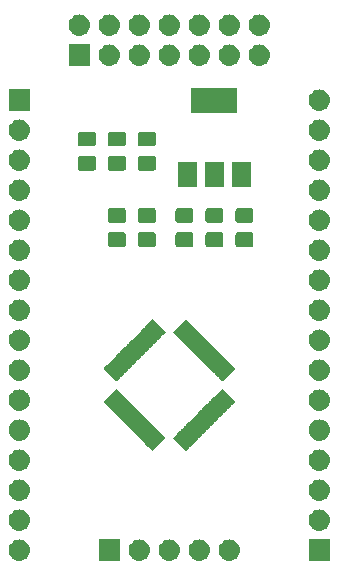
<source format=gbr>
G04 #@! TF.GenerationSoftware,KiCad,Pcbnew,(5.1.0)-1*
G04 #@! TF.CreationDate,2019-04-26T16:32:53+08:00*
G04 #@! TF.ProjectId,stm32,73746d33-322e-46b6-9963-61645f706362,rev?*
G04 #@! TF.SameCoordinates,Original*
G04 #@! TF.FileFunction,Soldermask,Top*
G04 #@! TF.FilePolarity,Negative*
%FSLAX46Y46*%
G04 Gerber Fmt 4.6, Leading zero omitted, Abs format (unit mm)*
G04 Created by KiCad (PCBNEW (5.1.0)-1) date 2019-04-26 16:32:53*
%MOMM*%
%LPD*%
G04 APERTURE LIST*
%ADD10C,0.100000*%
G04 APERTURE END LIST*
D10*
G36*
X143141000Y-114566000D02*
G01*
X141339000Y-114566000D01*
X141339000Y-112764000D01*
X143141000Y-112764000D01*
X143141000Y-114566000D01*
X143141000Y-114566000D01*
G37*
G36*
X116950442Y-112770518D02*
G01*
X117016627Y-112777037D01*
X117186466Y-112828557D01*
X117342991Y-112912222D01*
X117378729Y-112941552D01*
X117480186Y-113024814D01*
X117563448Y-113126271D01*
X117592778Y-113162009D01*
X117676443Y-113318534D01*
X117727963Y-113488373D01*
X117745359Y-113665000D01*
X117727963Y-113841627D01*
X117676443Y-114011466D01*
X117592778Y-114167991D01*
X117563448Y-114203729D01*
X117480186Y-114305186D01*
X117378729Y-114388448D01*
X117342991Y-114417778D01*
X117186466Y-114501443D01*
X117016627Y-114552963D01*
X116950442Y-114559482D01*
X116884260Y-114566000D01*
X116795740Y-114566000D01*
X116729558Y-114559482D01*
X116663373Y-114552963D01*
X116493534Y-114501443D01*
X116337009Y-114417778D01*
X116301271Y-114388448D01*
X116199814Y-114305186D01*
X116116552Y-114203729D01*
X116087222Y-114167991D01*
X116003557Y-114011466D01*
X115952037Y-113841627D01*
X115934641Y-113665000D01*
X115952037Y-113488373D01*
X116003557Y-113318534D01*
X116087222Y-113162009D01*
X116116552Y-113126271D01*
X116199814Y-113024814D01*
X116301271Y-112941552D01*
X116337009Y-112912222D01*
X116493534Y-112828557D01*
X116663373Y-112777037D01*
X116729558Y-112770518D01*
X116795740Y-112764000D01*
X116884260Y-112764000D01*
X116950442Y-112770518D01*
X116950442Y-112770518D01*
G37*
G36*
X134730442Y-112770518D02*
G01*
X134796627Y-112777037D01*
X134966466Y-112828557D01*
X135122991Y-112912222D01*
X135158729Y-112941552D01*
X135260186Y-113024814D01*
X135343448Y-113126271D01*
X135372778Y-113162009D01*
X135456443Y-113318534D01*
X135507963Y-113488373D01*
X135525359Y-113665000D01*
X135507963Y-113841627D01*
X135456443Y-114011466D01*
X135372778Y-114167991D01*
X135343448Y-114203729D01*
X135260186Y-114305186D01*
X135158729Y-114388448D01*
X135122991Y-114417778D01*
X134966466Y-114501443D01*
X134796627Y-114552963D01*
X134730442Y-114559482D01*
X134664260Y-114566000D01*
X134575740Y-114566000D01*
X134509558Y-114559482D01*
X134443373Y-114552963D01*
X134273534Y-114501443D01*
X134117009Y-114417778D01*
X134081271Y-114388448D01*
X133979814Y-114305186D01*
X133896552Y-114203729D01*
X133867222Y-114167991D01*
X133783557Y-114011466D01*
X133732037Y-113841627D01*
X133714641Y-113665000D01*
X133732037Y-113488373D01*
X133783557Y-113318534D01*
X133867222Y-113162009D01*
X133896552Y-113126271D01*
X133979814Y-113024814D01*
X134081271Y-112941552D01*
X134117009Y-112912222D01*
X134273534Y-112828557D01*
X134443373Y-112777037D01*
X134509558Y-112770518D01*
X134575740Y-112764000D01*
X134664260Y-112764000D01*
X134730442Y-112770518D01*
X134730442Y-112770518D01*
G37*
G36*
X132190442Y-112770518D02*
G01*
X132256627Y-112777037D01*
X132426466Y-112828557D01*
X132582991Y-112912222D01*
X132618729Y-112941552D01*
X132720186Y-113024814D01*
X132803448Y-113126271D01*
X132832778Y-113162009D01*
X132916443Y-113318534D01*
X132967963Y-113488373D01*
X132985359Y-113665000D01*
X132967963Y-113841627D01*
X132916443Y-114011466D01*
X132832778Y-114167991D01*
X132803448Y-114203729D01*
X132720186Y-114305186D01*
X132618729Y-114388448D01*
X132582991Y-114417778D01*
X132426466Y-114501443D01*
X132256627Y-114552963D01*
X132190442Y-114559482D01*
X132124260Y-114566000D01*
X132035740Y-114566000D01*
X131969558Y-114559482D01*
X131903373Y-114552963D01*
X131733534Y-114501443D01*
X131577009Y-114417778D01*
X131541271Y-114388448D01*
X131439814Y-114305186D01*
X131356552Y-114203729D01*
X131327222Y-114167991D01*
X131243557Y-114011466D01*
X131192037Y-113841627D01*
X131174641Y-113665000D01*
X131192037Y-113488373D01*
X131243557Y-113318534D01*
X131327222Y-113162009D01*
X131356552Y-113126271D01*
X131439814Y-113024814D01*
X131541271Y-112941552D01*
X131577009Y-112912222D01*
X131733534Y-112828557D01*
X131903373Y-112777037D01*
X131969558Y-112770518D01*
X132035740Y-112764000D01*
X132124260Y-112764000D01*
X132190442Y-112770518D01*
X132190442Y-112770518D01*
G37*
G36*
X127110442Y-112770518D02*
G01*
X127176627Y-112777037D01*
X127346466Y-112828557D01*
X127502991Y-112912222D01*
X127538729Y-112941552D01*
X127640186Y-113024814D01*
X127723448Y-113126271D01*
X127752778Y-113162009D01*
X127836443Y-113318534D01*
X127887963Y-113488373D01*
X127905359Y-113665000D01*
X127887963Y-113841627D01*
X127836443Y-114011466D01*
X127752778Y-114167991D01*
X127723448Y-114203729D01*
X127640186Y-114305186D01*
X127538729Y-114388448D01*
X127502991Y-114417778D01*
X127346466Y-114501443D01*
X127176627Y-114552963D01*
X127110442Y-114559482D01*
X127044260Y-114566000D01*
X126955740Y-114566000D01*
X126889558Y-114559482D01*
X126823373Y-114552963D01*
X126653534Y-114501443D01*
X126497009Y-114417778D01*
X126461271Y-114388448D01*
X126359814Y-114305186D01*
X126276552Y-114203729D01*
X126247222Y-114167991D01*
X126163557Y-114011466D01*
X126112037Y-113841627D01*
X126094641Y-113665000D01*
X126112037Y-113488373D01*
X126163557Y-113318534D01*
X126247222Y-113162009D01*
X126276552Y-113126271D01*
X126359814Y-113024814D01*
X126461271Y-112941552D01*
X126497009Y-112912222D01*
X126653534Y-112828557D01*
X126823373Y-112777037D01*
X126889558Y-112770518D01*
X126955740Y-112764000D01*
X127044260Y-112764000D01*
X127110442Y-112770518D01*
X127110442Y-112770518D01*
G37*
G36*
X125361000Y-114566000D02*
G01*
X123559000Y-114566000D01*
X123559000Y-112764000D01*
X125361000Y-112764000D01*
X125361000Y-114566000D01*
X125361000Y-114566000D01*
G37*
G36*
X129650442Y-112770518D02*
G01*
X129716627Y-112777037D01*
X129886466Y-112828557D01*
X130042991Y-112912222D01*
X130078729Y-112941552D01*
X130180186Y-113024814D01*
X130263448Y-113126271D01*
X130292778Y-113162009D01*
X130376443Y-113318534D01*
X130427963Y-113488373D01*
X130445359Y-113665000D01*
X130427963Y-113841627D01*
X130376443Y-114011466D01*
X130292778Y-114167991D01*
X130263448Y-114203729D01*
X130180186Y-114305186D01*
X130078729Y-114388448D01*
X130042991Y-114417778D01*
X129886466Y-114501443D01*
X129716627Y-114552963D01*
X129650442Y-114559482D01*
X129584260Y-114566000D01*
X129495740Y-114566000D01*
X129429558Y-114559482D01*
X129363373Y-114552963D01*
X129193534Y-114501443D01*
X129037009Y-114417778D01*
X129001271Y-114388448D01*
X128899814Y-114305186D01*
X128816552Y-114203729D01*
X128787222Y-114167991D01*
X128703557Y-114011466D01*
X128652037Y-113841627D01*
X128634641Y-113665000D01*
X128652037Y-113488373D01*
X128703557Y-113318534D01*
X128787222Y-113162009D01*
X128816552Y-113126271D01*
X128899814Y-113024814D01*
X129001271Y-112941552D01*
X129037009Y-112912222D01*
X129193534Y-112828557D01*
X129363373Y-112777037D01*
X129429558Y-112770518D01*
X129495740Y-112764000D01*
X129584260Y-112764000D01*
X129650442Y-112770518D01*
X129650442Y-112770518D01*
G37*
G36*
X116950443Y-110230519D02*
G01*
X117016627Y-110237037D01*
X117186466Y-110288557D01*
X117342991Y-110372222D01*
X117378729Y-110401552D01*
X117480186Y-110484814D01*
X117563448Y-110586271D01*
X117592778Y-110622009D01*
X117676443Y-110778534D01*
X117727963Y-110948373D01*
X117745359Y-111125000D01*
X117727963Y-111301627D01*
X117676443Y-111471466D01*
X117592778Y-111627991D01*
X117563448Y-111663729D01*
X117480186Y-111765186D01*
X117378729Y-111848448D01*
X117342991Y-111877778D01*
X117186466Y-111961443D01*
X117016627Y-112012963D01*
X116950442Y-112019482D01*
X116884260Y-112026000D01*
X116795740Y-112026000D01*
X116729558Y-112019482D01*
X116663373Y-112012963D01*
X116493534Y-111961443D01*
X116337009Y-111877778D01*
X116301271Y-111848448D01*
X116199814Y-111765186D01*
X116116552Y-111663729D01*
X116087222Y-111627991D01*
X116003557Y-111471466D01*
X115952037Y-111301627D01*
X115934641Y-111125000D01*
X115952037Y-110948373D01*
X116003557Y-110778534D01*
X116087222Y-110622009D01*
X116116552Y-110586271D01*
X116199814Y-110484814D01*
X116301271Y-110401552D01*
X116337009Y-110372222D01*
X116493534Y-110288557D01*
X116663373Y-110237037D01*
X116729557Y-110230519D01*
X116795740Y-110224000D01*
X116884260Y-110224000D01*
X116950443Y-110230519D01*
X116950443Y-110230519D01*
G37*
G36*
X142350443Y-110230519D02*
G01*
X142416627Y-110237037D01*
X142586466Y-110288557D01*
X142742991Y-110372222D01*
X142778729Y-110401552D01*
X142880186Y-110484814D01*
X142963448Y-110586271D01*
X142992778Y-110622009D01*
X143076443Y-110778534D01*
X143127963Y-110948373D01*
X143145359Y-111125000D01*
X143127963Y-111301627D01*
X143076443Y-111471466D01*
X142992778Y-111627991D01*
X142963448Y-111663729D01*
X142880186Y-111765186D01*
X142778729Y-111848448D01*
X142742991Y-111877778D01*
X142586466Y-111961443D01*
X142416627Y-112012963D01*
X142350442Y-112019482D01*
X142284260Y-112026000D01*
X142195740Y-112026000D01*
X142129558Y-112019482D01*
X142063373Y-112012963D01*
X141893534Y-111961443D01*
X141737009Y-111877778D01*
X141701271Y-111848448D01*
X141599814Y-111765186D01*
X141516552Y-111663729D01*
X141487222Y-111627991D01*
X141403557Y-111471466D01*
X141352037Y-111301627D01*
X141334641Y-111125000D01*
X141352037Y-110948373D01*
X141403557Y-110778534D01*
X141487222Y-110622009D01*
X141516552Y-110586271D01*
X141599814Y-110484814D01*
X141701271Y-110401552D01*
X141737009Y-110372222D01*
X141893534Y-110288557D01*
X142063373Y-110237037D01*
X142129557Y-110230519D01*
X142195740Y-110224000D01*
X142284260Y-110224000D01*
X142350443Y-110230519D01*
X142350443Y-110230519D01*
G37*
G36*
X116950443Y-107690519D02*
G01*
X117016627Y-107697037D01*
X117186466Y-107748557D01*
X117342991Y-107832222D01*
X117378729Y-107861552D01*
X117480186Y-107944814D01*
X117563448Y-108046271D01*
X117592778Y-108082009D01*
X117676443Y-108238534D01*
X117727963Y-108408373D01*
X117745359Y-108585000D01*
X117727963Y-108761627D01*
X117676443Y-108931466D01*
X117592778Y-109087991D01*
X117563448Y-109123729D01*
X117480186Y-109225186D01*
X117378729Y-109308448D01*
X117342991Y-109337778D01*
X117186466Y-109421443D01*
X117016627Y-109472963D01*
X116950442Y-109479482D01*
X116884260Y-109486000D01*
X116795740Y-109486000D01*
X116729558Y-109479482D01*
X116663373Y-109472963D01*
X116493534Y-109421443D01*
X116337009Y-109337778D01*
X116301271Y-109308448D01*
X116199814Y-109225186D01*
X116116552Y-109123729D01*
X116087222Y-109087991D01*
X116003557Y-108931466D01*
X115952037Y-108761627D01*
X115934641Y-108585000D01*
X115952037Y-108408373D01*
X116003557Y-108238534D01*
X116087222Y-108082009D01*
X116116552Y-108046271D01*
X116199814Y-107944814D01*
X116301271Y-107861552D01*
X116337009Y-107832222D01*
X116493534Y-107748557D01*
X116663373Y-107697037D01*
X116729557Y-107690519D01*
X116795740Y-107684000D01*
X116884260Y-107684000D01*
X116950443Y-107690519D01*
X116950443Y-107690519D01*
G37*
G36*
X142350443Y-107690519D02*
G01*
X142416627Y-107697037D01*
X142586466Y-107748557D01*
X142742991Y-107832222D01*
X142778729Y-107861552D01*
X142880186Y-107944814D01*
X142963448Y-108046271D01*
X142992778Y-108082009D01*
X143076443Y-108238534D01*
X143127963Y-108408373D01*
X143145359Y-108585000D01*
X143127963Y-108761627D01*
X143076443Y-108931466D01*
X142992778Y-109087991D01*
X142963448Y-109123729D01*
X142880186Y-109225186D01*
X142778729Y-109308448D01*
X142742991Y-109337778D01*
X142586466Y-109421443D01*
X142416627Y-109472963D01*
X142350442Y-109479482D01*
X142284260Y-109486000D01*
X142195740Y-109486000D01*
X142129558Y-109479482D01*
X142063373Y-109472963D01*
X141893534Y-109421443D01*
X141737009Y-109337778D01*
X141701271Y-109308448D01*
X141599814Y-109225186D01*
X141516552Y-109123729D01*
X141487222Y-109087991D01*
X141403557Y-108931466D01*
X141352037Y-108761627D01*
X141334641Y-108585000D01*
X141352037Y-108408373D01*
X141403557Y-108238534D01*
X141487222Y-108082009D01*
X141516552Y-108046271D01*
X141599814Y-107944814D01*
X141701271Y-107861552D01*
X141737009Y-107832222D01*
X141893534Y-107748557D01*
X142063373Y-107697037D01*
X142129557Y-107690519D01*
X142195740Y-107684000D01*
X142284260Y-107684000D01*
X142350443Y-107690519D01*
X142350443Y-107690519D01*
G37*
G36*
X142350443Y-105150519D02*
G01*
X142416627Y-105157037D01*
X142586466Y-105208557D01*
X142742991Y-105292222D01*
X142778729Y-105321552D01*
X142880186Y-105404814D01*
X142963448Y-105506271D01*
X142992778Y-105542009D01*
X143076443Y-105698534D01*
X143127963Y-105868373D01*
X143145359Y-106045000D01*
X143127963Y-106221627D01*
X143076443Y-106391466D01*
X142992778Y-106547991D01*
X142963448Y-106583729D01*
X142880186Y-106685186D01*
X142778729Y-106768448D01*
X142742991Y-106797778D01*
X142586466Y-106881443D01*
X142416627Y-106932963D01*
X142350442Y-106939482D01*
X142284260Y-106946000D01*
X142195740Y-106946000D01*
X142129558Y-106939482D01*
X142063373Y-106932963D01*
X141893534Y-106881443D01*
X141737009Y-106797778D01*
X141701271Y-106768448D01*
X141599814Y-106685186D01*
X141516552Y-106583729D01*
X141487222Y-106547991D01*
X141403557Y-106391466D01*
X141352037Y-106221627D01*
X141334641Y-106045000D01*
X141352037Y-105868373D01*
X141403557Y-105698534D01*
X141487222Y-105542009D01*
X141516552Y-105506271D01*
X141599814Y-105404814D01*
X141701271Y-105321552D01*
X141737009Y-105292222D01*
X141893534Y-105208557D01*
X142063373Y-105157037D01*
X142129558Y-105150518D01*
X142195740Y-105144000D01*
X142284260Y-105144000D01*
X142350443Y-105150519D01*
X142350443Y-105150519D01*
G37*
G36*
X116950443Y-105150519D02*
G01*
X117016627Y-105157037D01*
X117186466Y-105208557D01*
X117342991Y-105292222D01*
X117378729Y-105321552D01*
X117480186Y-105404814D01*
X117563448Y-105506271D01*
X117592778Y-105542009D01*
X117676443Y-105698534D01*
X117727963Y-105868373D01*
X117745359Y-106045000D01*
X117727963Y-106221627D01*
X117676443Y-106391466D01*
X117592778Y-106547991D01*
X117563448Y-106583729D01*
X117480186Y-106685186D01*
X117378729Y-106768448D01*
X117342991Y-106797778D01*
X117186466Y-106881443D01*
X117016627Y-106932963D01*
X116950442Y-106939482D01*
X116884260Y-106946000D01*
X116795740Y-106946000D01*
X116729558Y-106939482D01*
X116663373Y-106932963D01*
X116493534Y-106881443D01*
X116337009Y-106797778D01*
X116301271Y-106768448D01*
X116199814Y-106685186D01*
X116116552Y-106583729D01*
X116087222Y-106547991D01*
X116003557Y-106391466D01*
X115952037Y-106221627D01*
X115934641Y-106045000D01*
X115952037Y-105868373D01*
X116003557Y-105698534D01*
X116087222Y-105542009D01*
X116116552Y-105506271D01*
X116199814Y-105404814D01*
X116301271Y-105321552D01*
X116337009Y-105292222D01*
X116493534Y-105208557D01*
X116663373Y-105157037D01*
X116729558Y-105150518D01*
X116795740Y-105144000D01*
X116884260Y-105144000D01*
X116950443Y-105150519D01*
X116950443Y-105150519D01*
G37*
G36*
X134019746Y-100011169D02*
G01*
X134026761Y-100013297D01*
X134033227Y-100016754D01*
X134043661Y-100025316D01*
X135096348Y-101078003D01*
X135104910Y-101088437D01*
X135108367Y-101094903D01*
X135110495Y-101101918D01*
X135111213Y-101109213D01*
X135110495Y-101116508D01*
X135108367Y-101123523D01*
X135104910Y-101129989D01*
X135096348Y-101140423D01*
X134874511Y-101362260D01*
X134864077Y-101370822D01*
X134857610Y-101374279D01*
X134842674Y-101378810D01*
X134820035Y-101388187D01*
X134799661Y-101401801D01*
X134782334Y-101419128D01*
X134768720Y-101439503D01*
X134759344Y-101462140D01*
X134754813Y-101477076D01*
X134751356Y-101483543D01*
X134742794Y-101493977D01*
X134520957Y-101715814D01*
X134510523Y-101724376D01*
X134504057Y-101727833D01*
X134489120Y-101732364D01*
X134466481Y-101741742D01*
X134446107Y-101755356D01*
X134428780Y-101772683D01*
X134415167Y-101793058D01*
X134405791Y-101815693D01*
X134401260Y-101830630D01*
X134397803Y-101837096D01*
X134389241Y-101847530D01*
X134167404Y-102069367D01*
X134156970Y-102077929D01*
X134150503Y-102081386D01*
X134135567Y-102085917D01*
X134112928Y-102095294D01*
X134092554Y-102108908D01*
X134075227Y-102126235D01*
X134061613Y-102146610D01*
X134052237Y-102169247D01*
X134047706Y-102184183D01*
X134044249Y-102190650D01*
X134035687Y-102201084D01*
X133813850Y-102422921D01*
X133803416Y-102431483D01*
X133796950Y-102434940D01*
X133782013Y-102439471D01*
X133759374Y-102448849D01*
X133739000Y-102462463D01*
X133721673Y-102479790D01*
X133708060Y-102500165D01*
X133698684Y-102522800D01*
X133694153Y-102537737D01*
X133690696Y-102544203D01*
X133682134Y-102554637D01*
X133460297Y-102776474D01*
X133449863Y-102785036D01*
X133443397Y-102788493D01*
X133428460Y-102793024D01*
X133405821Y-102802402D01*
X133385447Y-102816016D01*
X133368120Y-102833343D01*
X133354507Y-102853718D01*
X133345131Y-102876353D01*
X133340600Y-102891290D01*
X133337143Y-102897756D01*
X133328581Y-102908190D01*
X133106744Y-103130027D01*
X133096310Y-103138589D01*
X133089843Y-103142046D01*
X133074907Y-103146577D01*
X133052268Y-103155954D01*
X133031894Y-103169568D01*
X133014567Y-103186895D01*
X133000953Y-103207270D01*
X132991577Y-103229907D01*
X132987046Y-103244843D01*
X132983589Y-103251310D01*
X132975027Y-103261744D01*
X132753190Y-103483581D01*
X132742756Y-103492143D01*
X132736290Y-103495600D01*
X132721353Y-103500131D01*
X132698714Y-103509509D01*
X132678340Y-103523123D01*
X132661013Y-103540450D01*
X132647400Y-103560825D01*
X132638024Y-103583460D01*
X132633493Y-103598397D01*
X132630036Y-103604863D01*
X132621474Y-103615297D01*
X132399637Y-103837134D01*
X132389203Y-103845696D01*
X132382737Y-103849153D01*
X132367800Y-103853684D01*
X132345161Y-103863062D01*
X132324787Y-103876676D01*
X132307460Y-103894003D01*
X132293847Y-103914378D01*
X132284471Y-103937013D01*
X132279940Y-103951950D01*
X132276483Y-103958416D01*
X132267921Y-103968850D01*
X132046084Y-104190687D01*
X132035650Y-104199249D01*
X132029183Y-104202706D01*
X132014247Y-104207237D01*
X131991608Y-104216614D01*
X131971234Y-104230228D01*
X131953907Y-104247555D01*
X131940293Y-104267930D01*
X131930917Y-104290567D01*
X131926386Y-104305503D01*
X131922929Y-104311970D01*
X131914367Y-104322404D01*
X131692530Y-104544241D01*
X131682096Y-104552803D01*
X131675630Y-104556260D01*
X131660693Y-104560791D01*
X131638054Y-104570169D01*
X131617680Y-104583783D01*
X131600353Y-104601110D01*
X131586740Y-104621485D01*
X131577364Y-104644120D01*
X131572833Y-104659057D01*
X131569376Y-104665523D01*
X131560814Y-104675957D01*
X131338977Y-104897794D01*
X131328543Y-104906356D01*
X131322076Y-104909813D01*
X131307140Y-104914344D01*
X131284501Y-104923721D01*
X131264127Y-104937335D01*
X131246800Y-104954662D01*
X131233186Y-104975037D01*
X131223810Y-104997674D01*
X131219279Y-105012610D01*
X131215822Y-105019077D01*
X131207260Y-105029511D01*
X130985423Y-105251348D01*
X130974989Y-105259910D01*
X130968523Y-105263367D01*
X130961508Y-105265495D01*
X130954213Y-105266213D01*
X130946918Y-105265495D01*
X130939903Y-105263367D01*
X130933437Y-105259910D01*
X130923003Y-105251348D01*
X129870316Y-104198661D01*
X129861754Y-104188227D01*
X129858297Y-104181761D01*
X129856169Y-104174746D01*
X129855451Y-104167451D01*
X129856169Y-104160156D01*
X129858297Y-104153141D01*
X129861754Y-104146675D01*
X129870316Y-104136241D01*
X130092153Y-103914404D01*
X130102587Y-103905842D01*
X130109054Y-103902385D01*
X130123990Y-103897854D01*
X130146629Y-103888477D01*
X130167003Y-103874863D01*
X130184330Y-103857536D01*
X130197944Y-103837161D01*
X130207320Y-103814524D01*
X130211851Y-103799588D01*
X130215308Y-103793121D01*
X130223870Y-103782687D01*
X130445707Y-103560850D01*
X130456141Y-103552288D01*
X130462607Y-103548831D01*
X130477544Y-103544300D01*
X130500183Y-103534922D01*
X130520557Y-103521308D01*
X130537884Y-103503981D01*
X130551497Y-103483606D01*
X130560873Y-103460971D01*
X130565404Y-103446034D01*
X130568861Y-103439568D01*
X130577423Y-103429134D01*
X130799260Y-103207297D01*
X130809694Y-103198735D01*
X130816161Y-103195278D01*
X130831097Y-103190747D01*
X130853736Y-103181370D01*
X130874110Y-103167756D01*
X130891437Y-103150429D01*
X130905051Y-103130054D01*
X130914427Y-103107417D01*
X130918958Y-103092481D01*
X130922415Y-103086014D01*
X130930977Y-103075580D01*
X131152814Y-102853743D01*
X131163248Y-102845181D01*
X131169714Y-102841724D01*
X131184651Y-102837193D01*
X131207290Y-102827815D01*
X131227664Y-102814201D01*
X131244991Y-102796874D01*
X131258604Y-102776499D01*
X131267980Y-102753864D01*
X131272511Y-102738927D01*
X131275968Y-102732461D01*
X131284530Y-102722027D01*
X131506367Y-102500190D01*
X131516801Y-102491628D01*
X131523267Y-102488171D01*
X131538204Y-102483640D01*
X131560843Y-102474262D01*
X131581217Y-102460648D01*
X131598544Y-102443321D01*
X131612157Y-102422946D01*
X131621533Y-102400311D01*
X131626064Y-102385374D01*
X131629521Y-102378908D01*
X131638083Y-102368474D01*
X131859920Y-102146637D01*
X131870354Y-102138075D01*
X131876821Y-102134618D01*
X131891757Y-102130087D01*
X131914396Y-102120710D01*
X131934770Y-102107096D01*
X131952097Y-102089769D01*
X131965711Y-102069394D01*
X131975087Y-102046757D01*
X131979618Y-102031821D01*
X131983075Y-102025354D01*
X131991637Y-102014920D01*
X132213474Y-101793083D01*
X132223908Y-101784521D01*
X132230374Y-101781064D01*
X132245311Y-101776533D01*
X132267950Y-101767155D01*
X132288324Y-101753541D01*
X132305651Y-101736214D01*
X132319264Y-101715839D01*
X132328640Y-101693204D01*
X132333171Y-101678267D01*
X132336628Y-101671801D01*
X132345190Y-101661367D01*
X132567027Y-101439530D01*
X132577461Y-101430968D01*
X132583927Y-101427511D01*
X132598864Y-101422980D01*
X132621503Y-101413602D01*
X132641877Y-101399988D01*
X132659204Y-101382661D01*
X132672817Y-101362286D01*
X132682193Y-101339651D01*
X132686724Y-101324714D01*
X132690181Y-101318248D01*
X132698743Y-101307814D01*
X132920580Y-101085977D01*
X132931014Y-101077415D01*
X132937481Y-101073958D01*
X132952417Y-101069427D01*
X132975056Y-101060050D01*
X132995430Y-101046436D01*
X133012757Y-101029109D01*
X133026371Y-101008734D01*
X133035747Y-100986097D01*
X133040278Y-100971161D01*
X133043735Y-100964694D01*
X133052297Y-100954260D01*
X133274134Y-100732423D01*
X133284568Y-100723861D01*
X133291034Y-100720404D01*
X133305971Y-100715873D01*
X133328610Y-100706495D01*
X133348984Y-100692881D01*
X133366311Y-100675554D01*
X133379924Y-100655179D01*
X133389300Y-100632544D01*
X133393831Y-100617607D01*
X133397288Y-100611141D01*
X133405850Y-100600707D01*
X133627687Y-100378870D01*
X133638121Y-100370308D01*
X133644588Y-100366851D01*
X133659524Y-100362320D01*
X133682163Y-100352943D01*
X133702537Y-100339329D01*
X133719864Y-100322002D01*
X133733478Y-100301627D01*
X133742854Y-100278990D01*
X133747385Y-100264054D01*
X133750842Y-100257587D01*
X133759404Y-100247153D01*
X133981241Y-100025316D01*
X133991675Y-100016754D01*
X133998141Y-100013297D01*
X134005156Y-100011169D01*
X134012451Y-100010451D01*
X134019746Y-100011169D01*
X134019746Y-100011169D01*
G37*
G36*
X125074844Y-100011169D02*
G01*
X125081859Y-100013297D01*
X125088325Y-100016754D01*
X125098759Y-100025316D01*
X125320596Y-100247153D01*
X125329158Y-100257587D01*
X125332615Y-100264054D01*
X125337146Y-100278990D01*
X125346523Y-100301629D01*
X125360137Y-100322003D01*
X125377464Y-100339330D01*
X125397839Y-100352944D01*
X125420476Y-100362320D01*
X125435412Y-100366851D01*
X125441879Y-100370308D01*
X125452313Y-100378870D01*
X125674150Y-100600707D01*
X125682712Y-100611141D01*
X125686169Y-100617607D01*
X125690700Y-100632544D01*
X125700078Y-100655183D01*
X125713692Y-100675557D01*
X125731019Y-100692884D01*
X125751394Y-100706497D01*
X125774029Y-100715873D01*
X125788966Y-100720404D01*
X125795432Y-100723861D01*
X125805866Y-100732423D01*
X126027703Y-100954260D01*
X126036265Y-100964694D01*
X126039722Y-100971161D01*
X126044253Y-100986097D01*
X126053630Y-101008736D01*
X126067244Y-101029110D01*
X126084571Y-101046437D01*
X126104946Y-101060051D01*
X126127583Y-101069427D01*
X126142519Y-101073958D01*
X126148986Y-101077415D01*
X126159420Y-101085977D01*
X126381257Y-101307814D01*
X126389819Y-101318248D01*
X126393276Y-101324714D01*
X126397807Y-101339651D01*
X126407185Y-101362290D01*
X126420799Y-101382664D01*
X126438126Y-101399991D01*
X126458501Y-101413604D01*
X126481136Y-101422980D01*
X126496073Y-101427511D01*
X126502539Y-101430968D01*
X126512973Y-101439530D01*
X126734810Y-101661367D01*
X126743372Y-101671801D01*
X126746829Y-101678267D01*
X126751360Y-101693204D01*
X126760738Y-101715843D01*
X126774352Y-101736217D01*
X126791679Y-101753544D01*
X126812054Y-101767157D01*
X126834689Y-101776533D01*
X126849626Y-101781064D01*
X126856092Y-101784521D01*
X126866526Y-101793083D01*
X127088363Y-102014920D01*
X127096925Y-102025354D01*
X127100382Y-102031821D01*
X127104913Y-102046757D01*
X127114290Y-102069396D01*
X127127904Y-102089770D01*
X127145231Y-102107097D01*
X127165606Y-102120711D01*
X127188243Y-102130087D01*
X127203179Y-102134618D01*
X127209646Y-102138075D01*
X127220080Y-102146637D01*
X127441917Y-102368474D01*
X127450479Y-102378908D01*
X127453936Y-102385374D01*
X127458467Y-102400311D01*
X127467845Y-102422950D01*
X127481459Y-102443324D01*
X127498786Y-102460651D01*
X127519161Y-102474264D01*
X127541796Y-102483640D01*
X127556733Y-102488171D01*
X127563199Y-102491628D01*
X127573633Y-102500190D01*
X127795470Y-102722027D01*
X127804032Y-102732461D01*
X127807489Y-102738927D01*
X127812020Y-102753864D01*
X127821398Y-102776503D01*
X127835012Y-102796877D01*
X127852339Y-102814204D01*
X127872714Y-102827817D01*
X127895349Y-102837193D01*
X127910286Y-102841724D01*
X127916752Y-102845181D01*
X127927186Y-102853743D01*
X128149023Y-103075580D01*
X128157585Y-103086014D01*
X128161042Y-103092481D01*
X128165573Y-103107417D01*
X128174950Y-103130056D01*
X128188564Y-103150430D01*
X128205891Y-103167757D01*
X128226266Y-103181371D01*
X128248903Y-103190747D01*
X128263839Y-103195278D01*
X128270306Y-103198735D01*
X128280740Y-103207297D01*
X128502577Y-103429134D01*
X128511139Y-103439568D01*
X128514596Y-103446034D01*
X128519127Y-103460971D01*
X128528505Y-103483610D01*
X128542119Y-103503984D01*
X128559446Y-103521311D01*
X128579821Y-103534924D01*
X128602456Y-103544300D01*
X128617393Y-103548831D01*
X128623859Y-103552288D01*
X128634293Y-103560850D01*
X128856130Y-103782687D01*
X128864692Y-103793121D01*
X128868149Y-103799588D01*
X128872680Y-103814524D01*
X128882057Y-103837163D01*
X128895671Y-103857537D01*
X128912998Y-103874864D01*
X128933373Y-103888478D01*
X128956010Y-103897854D01*
X128970946Y-103902385D01*
X128977413Y-103905842D01*
X128987847Y-103914404D01*
X129209684Y-104136241D01*
X129218246Y-104146675D01*
X129221703Y-104153141D01*
X129223831Y-104160156D01*
X129224549Y-104167451D01*
X129223831Y-104174746D01*
X129221703Y-104181761D01*
X129218246Y-104188227D01*
X129209684Y-104198661D01*
X128156997Y-105251348D01*
X128146563Y-105259910D01*
X128140097Y-105263367D01*
X128133082Y-105265495D01*
X128125787Y-105266213D01*
X128118492Y-105265495D01*
X128111477Y-105263367D01*
X128105011Y-105259910D01*
X128094577Y-105251348D01*
X127872740Y-105029511D01*
X127864178Y-105019077D01*
X127860721Y-105012610D01*
X127856190Y-104997674D01*
X127846813Y-104975035D01*
X127833199Y-104954661D01*
X127815872Y-104937334D01*
X127795497Y-104923720D01*
X127772860Y-104914344D01*
X127757924Y-104909813D01*
X127751457Y-104906356D01*
X127741023Y-104897794D01*
X127519186Y-104675957D01*
X127510624Y-104665523D01*
X127507167Y-104659057D01*
X127502636Y-104644120D01*
X127493258Y-104621481D01*
X127479644Y-104601107D01*
X127462317Y-104583780D01*
X127441942Y-104570167D01*
X127419307Y-104560791D01*
X127404370Y-104556260D01*
X127397904Y-104552803D01*
X127387470Y-104544241D01*
X127165633Y-104322404D01*
X127157071Y-104311970D01*
X127153614Y-104305503D01*
X127149083Y-104290567D01*
X127139706Y-104267928D01*
X127126092Y-104247554D01*
X127108765Y-104230227D01*
X127088390Y-104216613D01*
X127065753Y-104207237D01*
X127050817Y-104202706D01*
X127044350Y-104199249D01*
X127033916Y-104190687D01*
X126812079Y-103968850D01*
X126803517Y-103958416D01*
X126800060Y-103951950D01*
X126795529Y-103937013D01*
X126786151Y-103914374D01*
X126772537Y-103894000D01*
X126755210Y-103876673D01*
X126734835Y-103863060D01*
X126712200Y-103853684D01*
X126697263Y-103849153D01*
X126690797Y-103845696D01*
X126680363Y-103837134D01*
X126458526Y-103615297D01*
X126449964Y-103604863D01*
X126446507Y-103598397D01*
X126441976Y-103583460D01*
X126432598Y-103560821D01*
X126418984Y-103540447D01*
X126401657Y-103523120D01*
X126381282Y-103509507D01*
X126358647Y-103500131D01*
X126343710Y-103495600D01*
X126337244Y-103492143D01*
X126326810Y-103483581D01*
X126104973Y-103261744D01*
X126096411Y-103251310D01*
X126092954Y-103244843D01*
X126088423Y-103229907D01*
X126079046Y-103207268D01*
X126065432Y-103186894D01*
X126048105Y-103169567D01*
X126027730Y-103155953D01*
X126005093Y-103146577D01*
X125990157Y-103142046D01*
X125983690Y-103138589D01*
X125973256Y-103130027D01*
X125751419Y-102908190D01*
X125742857Y-102897756D01*
X125739400Y-102891290D01*
X125734869Y-102876353D01*
X125725491Y-102853714D01*
X125711877Y-102833340D01*
X125694550Y-102816013D01*
X125674175Y-102802400D01*
X125651540Y-102793024D01*
X125636603Y-102788493D01*
X125630137Y-102785036D01*
X125619703Y-102776474D01*
X125397866Y-102554637D01*
X125389304Y-102544203D01*
X125385847Y-102537737D01*
X125381316Y-102522800D01*
X125371938Y-102500161D01*
X125358324Y-102479787D01*
X125340997Y-102462460D01*
X125320622Y-102448847D01*
X125297987Y-102439471D01*
X125283050Y-102434940D01*
X125276584Y-102431483D01*
X125266150Y-102422921D01*
X125044313Y-102201084D01*
X125035751Y-102190650D01*
X125032294Y-102184183D01*
X125027763Y-102169247D01*
X125018386Y-102146608D01*
X125004772Y-102126234D01*
X124987445Y-102108907D01*
X124967070Y-102095293D01*
X124944433Y-102085917D01*
X124929497Y-102081386D01*
X124923030Y-102077929D01*
X124912596Y-102069367D01*
X124690759Y-101847530D01*
X124682197Y-101837096D01*
X124678740Y-101830630D01*
X124674209Y-101815693D01*
X124664831Y-101793054D01*
X124651217Y-101772680D01*
X124633890Y-101755353D01*
X124613515Y-101741740D01*
X124590880Y-101732364D01*
X124575943Y-101727833D01*
X124569477Y-101724376D01*
X124559043Y-101715814D01*
X124337206Y-101493977D01*
X124328644Y-101483543D01*
X124325187Y-101477076D01*
X124320656Y-101462140D01*
X124311279Y-101439501D01*
X124297665Y-101419127D01*
X124280338Y-101401800D01*
X124259963Y-101388186D01*
X124237326Y-101378810D01*
X124222390Y-101374279D01*
X124215923Y-101370822D01*
X124205489Y-101362260D01*
X123983652Y-101140423D01*
X123975090Y-101129989D01*
X123971633Y-101123523D01*
X123969505Y-101116508D01*
X123968787Y-101109213D01*
X123969505Y-101101918D01*
X123971633Y-101094903D01*
X123975090Y-101088437D01*
X123983652Y-101078003D01*
X125036339Y-100025316D01*
X125046773Y-100016754D01*
X125053239Y-100013297D01*
X125060254Y-100011169D01*
X125067549Y-100010451D01*
X125074844Y-100011169D01*
X125074844Y-100011169D01*
G37*
G36*
X116950442Y-102610518D02*
G01*
X117016627Y-102617037D01*
X117186466Y-102668557D01*
X117342991Y-102752222D01*
X117368119Y-102772844D01*
X117480186Y-102864814D01*
X117535992Y-102932815D01*
X117592778Y-103002009D01*
X117592779Y-103002011D01*
X117669343Y-103145250D01*
X117676443Y-103158534D01*
X117727963Y-103328373D01*
X117745359Y-103505000D01*
X117727963Y-103681627D01*
X117676443Y-103851466D01*
X117676442Y-103851468D01*
X117662968Y-103876676D01*
X117592778Y-104007991D01*
X117563448Y-104043729D01*
X117480186Y-104145186D01*
X117393149Y-104216614D01*
X117342991Y-104257778D01*
X117342989Y-104257779D01*
X117208522Y-104329654D01*
X117186466Y-104341443D01*
X117016627Y-104392963D01*
X116950442Y-104399482D01*
X116884260Y-104406000D01*
X116795740Y-104406000D01*
X116729558Y-104399482D01*
X116663373Y-104392963D01*
X116493534Y-104341443D01*
X116471479Y-104329654D01*
X116337011Y-104257779D01*
X116337009Y-104257778D01*
X116286851Y-104216614D01*
X116199814Y-104145186D01*
X116116552Y-104043729D01*
X116087222Y-104007991D01*
X116017032Y-103876676D01*
X116003558Y-103851468D01*
X116003557Y-103851466D01*
X115952037Y-103681627D01*
X115934641Y-103505000D01*
X115952037Y-103328373D01*
X116003557Y-103158534D01*
X116010658Y-103145250D01*
X116087221Y-103002011D01*
X116087222Y-103002009D01*
X116144008Y-102932815D01*
X116199814Y-102864814D01*
X116311881Y-102772844D01*
X116337009Y-102752222D01*
X116493534Y-102668557D01*
X116663373Y-102617037D01*
X116729558Y-102610518D01*
X116795740Y-102604000D01*
X116884260Y-102604000D01*
X116950442Y-102610518D01*
X116950442Y-102610518D01*
G37*
G36*
X142350442Y-102610518D02*
G01*
X142416627Y-102617037D01*
X142586466Y-102668557D01*
X142742991Y-102752222D01*
X142768119Y-102772844D01*
X142880186Y-102864814D01*
X142935992Y-102932815D01*
X142992778Y-103002009D01*
X142992779Y-103002011D01*
X143069343Y-103145250D01*
X143076443Y-103158534D01*
X143127963Y-103328373D01*
X143145359Y-103505000D01*
X143127963Y-103681627D01*
X143076443Y-103851466D01*
X143076442Y-103851468D01*
X143062968Y-103876676D01*
X142992778Y-104007991D01*
X142963448Y-104043729D01*
X142880186Y-104145186D01*
X142793149Y-104216614D01*
X142742991Y-104257778D01*
X142742989Y-104257779D01*
X142608522Y-104329654D01*
X142586466Y-104341443D01*
X142416627Y-104392963D01*
X142350442Y-104399482D01*
X142284260Y-104406000D01*
X142195740Y-104406000D01*
X142129558Y-104399482D01*
X142063373Y-104392963D01*
X141893534Y-104341443D01*
X141871479Y-104329654D01*
X141737011Y-104257779D01*
X141737009Y-104257778D01*
X141686851Y-104216614D01*
X141599814Y-104145186D01*
X141516552Y-104043729D01*
X141487222Y-104007991D01*
X141417032Y-103876676D01*
X141403558Y-103851468D01*
X141403557Y-103851466D01*
X141352037Y-103681627D01*
X141334641Y-103505000D01*
X141352037Y-103328373D01*
X141403557Y-103158534D01*
X141410658Y-103145250D01*
X141487221Y-103002011D01*
X141487222Y-103002009D01*
X141544008Y-102932815D01*
X141599814Y-102864814D01*
X141711881Y-102772844D01*
X141737009Y-102752222D01*
X141893534Y-102668557D01*
X142063373Y-102617037D01*
X142129558Y-102610518D01*
X142195740Y-102604000D01*
X142284260Y-102604000D01*
X142350442Y-102610518D01*
X142350442Y-102610518D01*
G37*
G36*
X142350442Y-100070518D02*
G01*
X142416627Y-100077037D01*
X142586466Y-100128557D01*
X142742991Y-100212222D01*
X142776720Y-100239903D01*
X142880186Y-100324814D01*
X142946997Y-100406225D01*
X142992778Y-100462009D01*
X143076443Y-100618534D01*
X143127963Y-100788373D01*
X143145359Y-100965000D01*
X143127963Y-101141627D01*
X143076443Y-101311466D01*
X143076442Y-101311468D01*
X143041155Y-101377484D01*
X142992778Y-101467991D01*
X142971452Y-101493977D01*
X142880186Y-101605186D01*
X142793946Y-101675960D01*
X142742991Y-101717778D01*
X142586466Y-101801443D01*
X142416627Y-101852963D01*
X142350443Y-101859481D01*
X142284260Y-101866000D01*
X142195740Y-101866000D01*
X142129558Y-101859482D01*
X142063373Y-101852963D01*
X141893534Y-101801443D01*
X141737009Y-101717778D01*
X141686054Y-101675960D01*
X141599814Y-101605186D01*
X141508548Y-101493977D01*
X141487222Y-101467991D01*
X141438845Y-101377484D01*
X141403558Y-101311468D01*
X141403557Y-101311466D01*
X141352037Y-101141627D01*
X141334641Y-100965000D01*
X141352037Y-100788373D01*
X141403557Y-100618534D01*
X141487222Y-100462009D01*
X141533003Y-100406225D01*
X141599814Y-100324814D01*
X141703280Y-100239903D01*
X141737009Y-100212222D01*
X141893534Y-100128557D01*
X142063373Y-100077037D01*
X142129557Y-100070519D01*
X142195740Y-100064000D01*
X142284260Y-100064000D01*
X142350442Y-100070518D01*
X142350442Y-100070518D01*
G37*
G36*
X116950442Y-100070518D02*
G01*
X117016627Y-100077037D01*
X117186466Y-100128557D01*
X117342991Y-100212222D01*
X117376720Y-100239903D01*
X117480186Y-100324814D01*
X117546997Y-100406225D01*
X117592778Y-100462009D01*
X117676443Y-100618534D01*
X117727963Y-100788373D01*
X117745359Y-100965000D01*
X117727963Y-101141627D01*
X117676443Y-101311466D01*
X117676442Y-101311468D01*
X117641155Y-101377484D01*
X117592778Y-101467991D01*
X117571452Y-101493977D01*
X117480186Y-101605186D01*
X117393946Y-101675960D01*
X117342991Y-101717778D01*
X117186466Y-101801443D01*
X117016627Y-101852963D01*
X116950443Y-101859481D01*
X116884260Y-101866000D01*
X116795740Y-101866000D01*
X116729558Y-101859482D01*
X116663373Y-101852963D01*
X116493534Y-101801443D01*
X116337009Y-101717778D01*
X116286054Y-101675960D01*
X116199814Y-101605186D01*
X116108548Y-101493977D01*
X116087222Y-101467991D01*
X116038845Y-101377484D01*
X116003558Y-101311468D01*
X116003557Y-101311466D01*
X115952037Y-101141627D01*
X115934641Y-100965000D01*
X115952037Y-100788373D01*
X116003557Y-100618534D01*
X116087222Y-100462009D01*
X116133003Y-100406225D01*
X116199814Y-100324814D01*
X116303280Y-100239903D01*
X116337009Y-100212222D01*
X116493534Y-100128557D01*
X116663373Y-100077037D01*
X116729557Y-100070519D01*
X116795740Y-100064000D01*
X116884260Y-100064000D01*
X116950442Y-100070518D01*
X116950442Y-100070518D01*
G37*
G36*
X128133082Y-94124505D02*
G01*
X128140097Y-94126633D01*
X128146563Y-94130090D01*
X128156997Y-94138652D01*
X129209684Y-95191339D01*
X129218246Y-95201773D01*
X129221703Y-95208239D01*
X129223831Y-95215254D01*
X129224549Y-95222549D01*
X129223831Y-95229844D01*
X129221703Y-95236859D01*
X129218246Y-95243325D01*
X129209684Y-95253759D01*
X128987847Y-95475596D01*
X128977413Y-95484158D01*
X128970946Y-95487615D01*
X128956010Y-95492146D01*
X128933371Y-95501523D01*
X128912997Y-95515137D01*
X128895670Y-95532464D01*
X128882056Y-95552839D01*
X128872680Y-95575476D01*
X128868149Y-95590412D01*
X128864692Y-95596879D01*
X128856130Y-95607313D01*
X128634293Y-95829150D01*
X128623859Y-95837712D01*
X128617393Y-95841169D01*
X128602456Y-95845700D01*
X128579817Y-95855078D01*
X128559443Y-95868692D01*
X128542116Y-95886019D01*
X128528503Y-95906394D01*
X128519127Y-95929029D01*
X128514596Y-95943966D01*
X128511139Y-95950432D01*
X128502577Y-95960866D01*
X128280740Y-96182703D01*
X128270306Y-96191265D01*
X128263839Y-96194722D01*
X128248903Y-96199253D01*
X128226264Y-96208630D01*
X128205890Y-96222244D01*
X128188563Y-96239571D01*
X128174949Y-96259946D01*
X128165573Y-96282583D01*
X128161042Y-96297519D01*
X128157585Y-96303986D01*
X128149023Y-96314420D01*
X127927186Y-96536257D01*
X127916752Y-96544819D01*
X127910286Y-96548276D01*
X127895349Y-96552807D01*
X127872710Y-96562185D01*
X127852336Y-96575799D01*
X127835009Y-96593126D01*
X127821396Y-96613501D01*
X127812020Y-96636136D01*
X127807489Y-96651073D01*
X127804032Y-96657539D01*
X127795470Y-96667973D01*
X127573633Y-96889810D01*
X127563199Y-96898372D01*
X127556733Y-96901829D01*
X127541796Y-96906360D01*
X127519157Y-96915738D01*
X127498783Y-96929352D01*
X127481456Y-96946679D01*
X127467843Y-96967054D01*
X127458467Y-96989689D01*
X127453936Y-97004626D01*
X127450479Y-97011092D01*
X127441917Y-97021526D01*
X127220080Y-97243363D01*
X127209646Y-97251925D01*
X127203179Y-97255382D01*
X127188243Y-97259913D01*
X127165604Y-97269290D01*
X127145230Y-97282904D01*
X127127903Y-97300231D01*
X127114289Y-97320606D01*
X127104913Y-97343243D01*
X127100382Y-97358179D01*
X127096925Y-97364646D01*
X127088363Y-97375080D01*
X126866526Y-97596917D01*
X126856092Y-97605479D01*
X126849626Y-97608936D01*
X126834689Y-97613467D01*
X126812050Y-97622845D01*
X126791676Y-97636459D01*
X126774349Y-97653786D01*
X126760736Y-97674161D01*
X126751360Y-97696796D01*
X126746829Y-97711733D01*
X126743372Y-97718199D01*
X126734810Y-97728633D01*
X126512973Y-97950470D01*
X126502539Y-97959032D01*
X126496073Y-97962489D01*
X126481136Y-97967020D01*
X126458497Y-97976398D01*
X126438123Y-97990012D01*
X126420796Y-98007339D01*
X126407183Y-98027714D01*
X126397807Y-98050349D01*
X126393276Y-98065286D01*
X126389819Y-98071752D01*
X126381257Y-98082186D01*
X126159420Y-98304023D01*
X126148986Y-98312585D01*
X126142519Y-98316042D01*
X126127583Y-98320573D01*
X126104944Y-98329950D01*
X126084570Y-98343564D01*
X126067243Y-98360891D01*
X126053629Y-98381266D01*
X126044253Y-98403903D01*
X126039722Y-98418839D01*
X126036265Y-98425306D01*
X126027703Y-98435740D01*
X125805866Y-98657577D01*
X125795432Y-98666139D01*
X125788966Y-98669596D01*
X125774029Y-98674127D01*
X125751390Y-98683505D01*
X125731016Y-98697119D01*
X125713689Y-98714446D01*
X125700076Y-98734821D01*
X125690700Y-98757456D01*
X125686169Y-98772393D01*
X125682712Y-98778859D01*
X125674150Y-98789293D01*
X125452313Y-99011130D01*
X125441879Y-99019692D01*
X125435412Y-99023149D01*
X125420476Y-99027680D01*
X125397837Y-99037057D01*
X125377463Y-99050671D01*
X125360136Y-99067998D01*
X125346522Y-99088373D01*
X125337146Y-99111010D01*
X125332615Y-99125946D01*
X125329158Y-99132413D01*
X125320596Y-99142847D01*
X125098759Y-99364684D01*
X125088325Y-99373246D01*
X125081859Y-99376703D01*
X125074844Y-99378831D01*
X125067549Y-99379549D01*
X125060254Y-99378831D01*
X125053239Y-99376703D01*
X125046773Y-99373246D01*
X125036339Y-99364684D01*
X123983652Y-98311997D01*
X123975090Y-98301563D01*
X123971633Y-98295097D01*
X123969505Y-98288082D01*
X123968787Y-98280787D01*
X123969505Y-98273492D01*
X123971633Y-98266477D01*
X123975090Y-98260011D01*
X123983652Y-98249577D01*
X124205489Y-98027740D01*
X124215923Y-98019178D01*
X124222390Y-98015721D01*
X124237326Y-98011190D01*
X124259965Y-98001813D01*
X124280339Y-97988199D01*
X124297666Y-97970872D01*
X124311280Y-97950497D01*
X124320656Y-97927860D01*
X124325187Y-97912924D01*
X124328644Y-97906457D01*
X124337206Y-97896023D01*
X124559043Y-97674186D01*
X124569477Y-97665624D01*
X124575943Y-97662167D01*
X124590880Y-97657636D01*
X124613519Y-97648258D01*
X124633893Y-97634644D01*
X124651220Y-97617317D01*
X124664833Y-97596942D01*
X124674209Y-97574307D01*
X124678740Y-97559370D01*
X124682197Y-97552904D01*
X124690759Y-97542470D01*
X124912596Y-97320633D01*
X124923030Y-97312071D01*
X124929497Y-97308614D01*
X124944433Y-97304083D01*
X124967072Y-97294706D01*
X124987446Y-97281092D01*
X125004773Y-97263765D01*
X125018387Y-97243390D01*
X125027763Y-97220753D01*
X125032294Y-97205817D01*
X125035751Y-97199350D01*
X125044313Y-97188916D01*
X125266150Y-96967079D01*
X125276584Y-96958517D01*
X125283050Y-96955060D01*
X125297987Y-96950529D01*
X125320626Y-96941151D01*
X125341000Y-96927537D01*
X125358327Y-96910210D01*
X125371940Y-96889835D01*
X125381316Y-96867200D01*
X125385847Y-96852263D01*
X125389304Y-96845797D01*
X125397866Y-96835363D01*
X125619703Y-96613526D01*
X125630137Y-96604964D01*
X125636603Y-96601507D01*
X125651540Y-96596976D01*
X125674179Y-96587598D01*
X125694553Y-96573984D01*
X125711880Y-96556657D01*
X125725493Y-96536282D01*
X125734869Y-96513647D01*
X125739400Y-96498710D01*
X125742857Y-96492244D01*
X125751419Y-96481810D01*
X125973256Y-96259973D01*
X125983690Y-96251411D01*
X125990157Y-96247954D01*
X126005093Y-96243423D01*
X126027732Y-96234046D01*
X126048106Y-96220432D01*
X126065433Y-96203105D01*
X126079047Y-96182730D01*
X126088423Y-96160093D01*
X126092954Y-96145157D01*
X126096411Y-96138690D01*
X126104973Y-96128256D01*
X126326810Y-95906419D01*
X126337244Y-95897857D01*
X126343710Y-95894400D01*
X126358647Y-95889869D01*
X126381286Y-95880491D01*
X126401660Y-95866877D01*
X126418987Y-95849550D01*
X126432600Y-95829175D01*
X126441976Y-95806540D01*
X126446507Y-95791603D01*
X126449964Y-95785137D01*
X126458526Y-95774703D01*
X126680363Y-95552866D01*
X126690797Y-95544304D01*
X126697263Y-95540847D01*
X126712200Y-95536316D01*
X126734839Y-95526938D01*
X126755213Y-95513324D01*
X126772540Y-95495997D01*
X126786153Y-95475622D01*
X126795529Y-95452987D01*
X126800060Y-95438050D01*
X126803517Y-95431584D01*
X126812079Y-95421150D01*
X127033916Y-95199313D01*
X127044350Y-95190751D01*
X127050817Y-95187294D01*
X127065753Y-95182763D01*
X127088392Y-95173386D01*
X127108766Y-95159772D01*
X127126093Y-95142445D01*
X127139707Y-95122070D01*
X127149083Y-95099433D01*
X127153614Y-95084497D01*
X127157071Y-95078030D01*
X127165633Y-95067596D01*
X127387470Y-94845759D01*
X127397904Y-94837197D01*
X127404370Y-94833740D01*
X127419307Y-94829209D01*
X127441946Y-94819831D01*
X127462320Y-94806217D01*
X127479647Y-94788890D01*
X127493260Y-94768515D01*
X127502636Y-94745880D01*
X127507167Y-94730943D01*
X127510624Y-94724477D01*
X127519186Y-94714043D01*
X127741023Y-94492206D01*
X127751457Y-94483644D01*
X127757924Y-94480187D01*
X127772860Y-94475656D01*
X127795499Y-94466279D01*
X127815873Y-94452665D01*
X127833200Y-94435338D01*
X127846814Y-94414963D01*
X127856190Y-94392326D01*
X127860721Y-94377390D01*
X127864178Y-94370923D01*
X127872740Y-94360489D01*
X128094577Y-94138652D01*
X128105011Y-94130090D01*
X128111477Y-94126633D01*
X128118492Y-94124505D01*
X128125787Y-94123787D01*
X128133082Y-94124505D01*
X128133082Y-94124505D01*
G37*
G36*
X130961508Y-94124505D02*
G01*
X130968523Y-94126633D01*
X130974989Y-94130090D01*
X130985423Y-94138652D01*
X131207260Y-94360489D01*
X131215822Y-94370923D01*
X131219279Y-94377390D01*
X131223810Y-94392326D01*
X131233187Y-94414965D01*
X131246801Y-94435339D01*
X131264128Y-94452666D01*
X131284503Y-94466280D01*
X131307140Y-94475656D01*
X131322076Y-94480187D01*
X131328543Y-94483644D01*
X131338977Y-94492206D01*
X131560814Y-94714043D01*
X131569376Y-94724477D01*
X131572833Y-94730943D01*
X131577364Y-94745880D01*
X131586742Y-94768519D01*
X131600356Y-94788893D01*
X131617683Y-94806220D01*
X131638058Y-94819833D01*
X131660693Y-94829209D01*
X131675630Y-94833740D01*
X131682096Y-94837197D01*
X131692530Y-94845759D01*
X131914367Y-95067596D01*
X131922929Y-95078030D01*
X131926386Y-95084497D01*
X131930917Y-95099433D01*
X131940294Y-95122072D01*
X131953908Y-95142446D01*
X131971235Y-95159773D01*
X131991610Y-95173387D01*
X132014247Y-95182763D01*
X132029183Y-95187294D01*
X132035650Y-95190751D01*
X132046084Y-95199313D01*
X132267921Y-95421150D01*
X132276483Y-95431584D01*
X132279940Y-95438050D01*
X132284471Y-95452987D01*
X132293849Y-95475626D01*
X132307463Y-95496000D01*
X132324790Y-95513327D01*
X132345165Y-95526940D01*
X132367800Y-95536316D01*
X132382737Y-95540847D01*
X132389203Y-95544304D01*
X132399637Y-95552866D01*
X132621474Y-95774703D01*
X132630036Y-95785137D01*
X132633493Y-95791603D01*
X132638024Y-95806540D01*
X132647402Y-95829179D01*
X132661016Y-95849553D01*
X132678343Y-95866880D01*
X132698718Y-95880493D01*
X132721353Y-95889869D01*
X132736290Y-95894400D01*
X132742756Y-95897857D01*
X132753190Y-95906419D01*
X132975027Y-96128256D01*
X132983589Y-96138690D01*
X132987046Y-96145157D01*
X132991577Y-96160093D01*
X133000954Y-96182732D01*
X133014568Y-96203106D01*
X133031895Y-96220433D01*
X133052270Y-96234047D01*
X133074907Y-96243423D01*
X133089843Y-96247954D01*
X133096310Y-96251411D01*
X133106744Y-96259973D01*
X133328581Y-96481810D01*
X133337143Y-96492244D01*
X133340600Y-96498710D01*
X133345131Y-96513647D01*
X133354509Y-96536286D01*
X133368123Y-96556660D01*
X133385450Y-96573987D01*
X133405825Y-96587600D01*
X133428460Y-96596976D01*
X133443397Y-96601507D01*
X133449863Y-96604964D01*
X133460297Y-96613526D01*
X133682134Y-96835363D01*
X133690696Y-96845797D01*
X133694153Y-96852263D01*
X133698684Y-96867200D01*
X133708062Y-96889839D01*
X133721676Y-96910213D01*
X133739003Y-96927540D01*
X133759378Y-96941153D01*
X133782013Y-96950529D01*
X133796950Y-96955060D01*
X133803416Y-96958517D01*
X133813850Y-96967079D01*
X134035687Y-97188916D01*
X134044249Y-97199350D01*
X134047706Y-97205817D01*
X134052237Y-97220753D01*
X134061614Y-97243392D01*
X134075228Y-97263766D01*
X134092555Y-97281093D01*
X134112930Y-97294707D01*
X134135567Y-97304083D01*
X134150503Y-97308614D01*
X134156970Y-97312071D01*
X134167404Y-97320633D01*
X134389241Y-97542470D01*
X134397803Y-97552904D01*
X134401260Y-97559370D01*
X134405791Y-97574307D01*
X134415169Y-97596946D01*
X134428783Y-97617320D01*
X134446110Y-97634647D01*
X134466485Y-97648260D01*
X134489120Y-97657636D01*
X134504057Y-97662167D01*
X134510523Y-97665624D01*
X134520957Y-97674186D01*
X134742794Y-97896023D01*
X134751356Y-97906457D01*
X134754813Y-97912924D01*
X134759344Y-97927860D01*
X134768721Y-97950499D01*
X134782335Y-97970873D01*
X134799662Y-97988200D01*
X134820037Y-98001814D01*
X134842674Y-98011190D01*
X134857610Y-98015721D01*
X134864077Y-98019178D01*
X134874511Y-98027740D01*
X135096348Y-98249577D01*
X135104910Y-98260011D01*
X135108367Y-98266477D01*
X135110495Y-98273492D01*
X135111213Y-98280787D01*
X135110495Y-98288082D01*
X135108367Y-98295097D01*
X135104910Y-98301563D01*
X135096348Y-98311997D01*
X134043661Y-99364684D01*
X134033227Y-99373246D01*
X134026761Y-99376703D01*
X134019746Y-99378831D01*
X134012451Y-99379549D01*
X134005156Y-99378831D01*
X133998141Y-99376703D01*
X133991675Y-99373246D01*
X133981241Y-99364684D01*
X133759404Y-99142847D01*
X133750842Y-99132413D01*
X133747385Y-99125946D01*
X133742854Y-99111010D01*
X133733477Y-99088371D01*
X133719863Y-99067997D01*
X133702536Y-99050670D01*
X133682161Y-99037056D01*
X133659524Y-99027680D01*
X133644588Y-99023149D01*
X133638121Y-99019692D01*
X133627687Y-99011130D01*
X133405850Y-98789293D01*
X133397288Y-98778859D01*
X133393831Y-98772393D01*
X133389300Y-98757456D01*
X133379922Y-98734817D01*
X133366308Y-98714443D01*
X133348981Y-98697116D01*
X133328606Y-98683503D01*
X133305971Y-98674127D01*
X133291034Y-98669596D01*
X133284568Y-98666139D01*
X133274134Y-98657577D01*
X133052297Y-98435740D01*
X133043735Y-98425306D01*
X133040278Y-98418839D01*
X133035747Y-98403903D01*
X133026370Y-98381264D01*
X133012756Y-98360890D01*
X132995429Y-98343563D01*
X132975054Y-98329949D01*
X132952417Y-98320573D01*
X132937481Y-98316042D01*
X132931014Y-98312585D01*
X132920580Y-98304023D01*
X132698743Y-98082186D01*
X132690181Y-98071752D01*
X132686724Y-98065286D01*
X132682193Y-98050349D01*
X132672815Y-98027710D01*
X132659201Y-98007336D01*
X132641874Y-97990009D01*
X132621499Y-97976396D01*
X132598864Y-97967020D01*
X132583927Y-97962489D01*
X132577461Y-97959032D01*
X132567027Y-97950470D01*
X132345190Y-97728633D01*
X132336628Y-97718199D01*
X132333171Y-97711733D01*
X132328640Y-97696796D01*
X132319262Y-97674157D01*
X132305648Y-97653783D01*
X132288321Y-97636456D01*
X132267946Y-97622843D01*
X132245311Y-97613467D01*
X132230374Y-97608936D01*
X132223908Y-97605479D01*
X132213474Y-97596917D01*
X131991637Y-97375080D01*
X131983075Y-97364646D01*
X131979618Y-97358179D01*
X131975087Y-97343243D01*
X131965710Y-97320604D01*
X131952096Y-97300230D01*
X131934769Y-97282903D01*
X131914394Y-97269289D01*
X131891757Y-97259913D01*
X131876821Y-97255382D01*
X131870354Y-97251925D01*
X131859920Y-97243363D01*
X131638083Y-97021526D01*
X131629521Y-97011092D01*
X131626064Y-97004626D01*
X131621533Y-96989689D01*
X131612155Y-96967050D01*
X131598541Y-96946676D01*
X131581214Y-96929349D01*
X131560839Y-96915736D01*
X131538204Y-96906360D01*
X131523267Y-96901829D01*
X131516801Y-96898372D01*
X131506367Y-96889810D01*
X131284530Y-96667973D01*
X131275968Y-96657539D01*
X131272511Y-96651073D01*
X131267980Y-96636136D01*
X131258602Y-96613497D01*
X131244988Y-96593123D01*
X131227661Y-96575796D01*
X131207286Y-96562183D01*
X131184651Y-96552807D01*
X131169714Y-96548276D01*
X131163248Y-96544819D01*
X131152814Y-96536257D01*
X130930977Y-96314420D01*
X130922415Y-96303986D01*
X130918958Y-96297519D01*
X130914427Y-96282583D01*
X130905050Y-96259944D01*
X130891436Y-96239570D01*
X130874109Y-96222243D01*
X130853734Y-96208629D01*
X130831097Y-96199253D01*
X130816161Y-96194722D01*
X130809694Y-96191265D01*
X130799260Y-96182703D01*
X130577423Y-95960866D01*
X130568861Y-95950432D01*
X130565404Y-95943966D01*
X130560873Y-95929029D01*
X130551495Y-95906390D01*
X130537881Y-95886016D01*
X130520554Y-95868689D01*
X130500179Y-95855076D01*
X130477544Y-95845700D01*
X130462607Y-95841169D01*
X130456141Y-95837712D01*
X130445707Y-95829150D01*
X130223870Y-95607313D01*
X130215308Y-95596879D01*
X130211851Y-95590412D01*
X130207320Y-95575476D01*
X130197943Y-95552837D01*
X130184329Y-95532463D01*
X130167002Y-95515136D01*
X130146627Y-95501522D01*
X130123990Y-95492146D01*
X130109054Y-95487615D01*
X130102587Y-95484158D01*
X130092153Y-95475596D01*
X129870316Y-95253759D01*
X129861754Y-95243325D01*
X129858297Y-95236859D01*
X129856169Y-95229844D01*
X129855451Y-95222549D01*
X129856169Y-95215254D01*
X129858297Y-95208239D01*
X129861754Y-95201773D01*
X129870316Y-95191339D01*
X130923003Y-94138652D01*
X130933437Y-94130090D01*
X130939903Y-94126633D01*
X130946918Y-94124505D01*
X130954213Y-94123787D01*
X130961508Y-94124505D01*
X130961508Y-94124505D01*
G37*
G36*
X142350442Y-97530518D02*
G01*
X142416627Y-97537037D01*
X142586466Y-97588557D01*
X142742991Y-97672222D01*
X142749807Y-97677816D01*
X142880186Y-97784814D01*
X142963448Y-97886271D01*
X142992778Y-97922009D01*
X142992779Y-97922011D01*
X143076442Y-98078531D01*
X143076443Y-98078534D01*
X143127963Y-98248373D01*
X143145359Y-98425000D01*
X143127963Y-98601627D01*
X143076443Y-98771466D01*
X142992778Y-98927991D01*
X142963448Y-98963729D01*
X142880186Y-99065186D01*
X142798268Y-99132413D01*
X142742991Y-99177778D01*
X142586466Y-99261443D01*
X142416627Y-99312963D01*
X142350442Y-99319482D01*
X142284260Y-99326000D01*
X142195740Y-99326000D01*
X142129557Y-99319481D01*
X142063373Y-99312963D01*
X141893534Y-99261443D01*
X141737009Y-99177778D01*
X141681732Y-99132413D01*
X141599814Y-99065186D01*
X141516552Y-98963729D01*
X141487222Y-98927991D01*
X141403557Y-98771466D01*
X141352037Y-98601627D01*
X141334641Y-98425000D01*
X141352037Y-98248373D01*
X141403557Y-98078534D01*
X141403558Y-98078531D01*
X141487221Y-97922011D01*
X141487222Y-97922009D01*
X141516552Y-97886271D01*
X141599814Y-97784814D01*
X141730193Y-97677816D01*
X141737009Y-97672222D01*
X141893534Y-97588557D01*
X142063373Y-97537037D01*
X142129558Y-97530518D01*
X142195740Y-97524000D01*
X142284260Y-97524000D01*
X142350442Y-97530518D01*
X142350442Y-97530518D01*
G37*
G36*
X116950442Y-97530518D02*
G01*
X117016627Y-97537037D01*
X117186466Y-97588557D01*
X117342991Y-97672222D01*
X117349807Y-97677816D01*
X117480186Y-97784814D01*
X117563448Y-97886271D01*
X117592778Y-97922009D01*
X117592779Y-97922011D01*
X117676442Y-98078531D01*
X117676443Y-98078534D01*
X117727963Y-98248373D01*
X117745359Y-98425000D01*
X117727963Y-98601627D01*
X117676443Y-98771466D01*
X117592778Y-98927991D01*
X117563448Y-98963729D01*
X117480186Y-99065186D01*
X117398268Y-99132413D01*
X117342991Y-99177778D01*
X117186466Y-99261443D01*
X117016627Y-99312963D01*
X116950442Y-99319482D01*
X116884260Y-99326000D01*
X116795740Y-99326000D01*
X116729557Y-99319481D01*
X116663373Y-99312963D01*
X116493534Y-99261443D01*
X116337009Y-99177778D01*
X116281732Y-99132413D01*
X116199814Y-99065186D01*
X116116552Y-98963729D01*
X116087222Y-98927991D01*
X116003557Y-98771466D01*
X115952037Y-98601627D01*
X115934641Y-98425000D01*
X115952037Y-98248373D01*
X116003557Y-98078534D01*
X116003558Y-98078531D01*
X116087221Y-97922011D01*
X116087222Y-97922009D01*
X116116552Y-97886271D01*
X116199814Y-97784814D01*
X116330193Y-97677816D01*
X116337009Y-97672222D01*
X116493534Y-97588557D01*
X116663373Y-97537037D01*
X116729558Y-97530518D01*
X116795740Y-97524000D01*
X116884260Y-97524000D01*
X116950442Y-97530518D01*
X116950442Y-97530518D01*
G37*
G36*
X142350443Y-94990519D02*
G01*
X142416627Y-94997037D01*
X142586466Y-95048557D01*
X142586468Y-95048558D01*
X142664728Y-95090389D01*
X142742991Y-95132222D01*
X142776562Y-95159773D01*
X142880186Y-95244814D01*
X142963448Y-95346271D01*
X142992778Y-95382009D01*
X142992779Y-95382011D01*
X143075258Y-95536316D01*
X143076443Y-95538534D01*
X143127963Y-95708373D01*
X143145359Y-95885000D01*
X143127963Y-96061627D01*
X143079240Y-96222244D01*
X143076442Y-96231468D01*
X143067630Y-96247954D01*
X142992778Y-96387991D01*
X142963448Y-96423729D01*
X142880186Y-96525186D01*
X142792708Y-96596976D01*
X142742991Y-96637778D01*
X142586466Y-96721443D01*
X142416627Y-96772963D01*
X142350442Y-96779482D01*
X142284260Y-96786000D01*
X142195740Y-96786000D01*
X142129558Y-96779482D01*
X142063373Y-96772963D01*
X141893534Y-96721443D01*
X141737009Y-96637778D01*
X141687292Y-96596976D01*
X141599814Y-96525186D01*
X141516552Y-96423729D01*
X141487222Y-96387991D01*
X141412370Y-96247954D01*
X141403558Y-96231468D01*
X141400760Y-96222244D01*
X141352037Y-96061627D01*
X141334641Y-95885000D01*
X141352037Y-95708373D01*
X141403557Y-95538534D01*
X141404743Y-95536316D01*
X141487221Y-95382011D01*
X141487222Y-95382009D01*
X141516552Y-95346271D01*
X141599814Y-95244814D01*
X141703438Y-95159773D01*
X141737009Y-95132222D01*
X141815272Y-95090389D01*
X141893532Y-95048558D01*
X141893534Y-95048557D01*
X142063373Y-94997037D01*
X142129557Y-94990519D01*
X142195740Y-94984000D01*
X142284260Y-94984000D01*
X142350443Y-94990519D01*
X142350443Y-94990519D01*
G37*
G36*
X116950443Y-94990519D02*
G01*
X117016627Y-94997037D01*
X117186466Y-95048557D01*
X117186468Y-95048558D01*
X117264728Y-95090389D01*
X117342991Y-95132222D01*
X117376562Y-95159773D01*
X117480186Y-95244814D01*
X117563448Y-95346271D01*
X117592778Y-95382009D01*
X117592779Y-95382011D01*
X117675258Y-95536316D01*
X117676443Y-95538534D01*
X117727963Y-95708373D01*
X117745359Y-95885000D01*
X117727963Y-96061627D01*
X117679240Y-96222244D01*
X117676442Y-96231468D01*
X117667630Y-96247954D01*
X117592778Y-96387991D01*
X117563448Y-96423729D01*
X117480186Y-96525186D01*
X117392708Y-96596976D01*
X117342991Y-96637778D01*
X117186466Y-96721443D01*
X117016627Y-96772963D01*
X116950442Y-96779482D01*
X116884260Y-96786000D01*
X116795740Y-96786000D01*
X116729558Y-96779482D01*
X116663373Y-96772963D01*
X116493534Y-96721443D01*
X116337009Y-96637778D01*
X116287292Y-96596976D01*
X116199814Y-96525186D01*
X116116552Y-96423729D01*
X116087222Y-96387991D01*
X116012370Y-96247954D01*
X116003558Y-96231468D01*
X116000760Y-96222244D01*
X115952037Y-96061627D01*
X115934641Y-95885000D01*
X115952037Y-95708373D01*
X116003557Y-95538534D01*
X116004743Y-95536316D01*
X116087221Y-95382011D01*
X116087222Y-95382009D01*
X116116552Y-95346271D01*
X116199814Y-95244814D01*
X116303438Y-95159773D01*
X116337009Y-95132222D01*
X116415272Y-95090389D01*
X116493532Y-95048558D01*
X116493534Y-95048557D01*
X116663373Y-94997037D01*
X116729557Y-94990519D01*
X116795740Y-94984000D01*
X116884260Y-94984000D01*
X116950443Y-94990519D01*
X116950443Y-94990519D01*
G37*
G36*
X116950443Y-92450519D02*
G01*
X117016627Y-92457037D01*
X117186466Y-92508557D01*
X117342991Y-92592222D01*
X117378729Y-92621552D01*
X117480186Y-92704814D01*
X117563448Y-92806271D01*
X117592778Y-92842009D01*
X117676443Y-92998534D01*
X117727963Y-93168373D01*
X117745359Y-93345000D01*
X117727963Y-93521627D01*
X117676443Y-93691466D01*
X117592778Y-93847991D01*
X117563448Y-93883729D01*
X117480186Y-93985186D01*
X117378729Y-94068448D01*
X117342991Y-94097778D01*
X117186466Y-94181443D01*
X117016627Y-94232963D01*
X116950443Y-94239481D01*
X116884260Y-94246000D01*
X116795740Y-94246000D01*
X116729557Y-94239481D01*
X116663373Y-94232963D01*
X116493534Y-94181443D01*
X116337009Y-94097778D01*
X116301271Y-94068448D01*
X116199814Y-93985186D01*
X116116552Y-93883729D01*
X116087222Y-93847991D01*
X116003557Y-93691466D01*
X115952037Y-93521627D01*
X115934641Y-93345000D01*
X115952037Y-93168373D01*
X116003557Y-92998534D01*
X116087222Y-92842009D01*
X116116552Y-92806271D01*
X116199814Y-92704814D01*
X116301271Y-92621552D01*
X116337009Y-92592222D01*
X116493534Y-92508557D01*
X116663373Y-92457037D01*
X116729557Y-92450519D01*
X116795740Y-92444000D01*
X116884260Y-92444000D01*
X116950443Y-92450519D01*
X116950443Y-92450519D01*
G37*
G36*
X142350443Y-92450519D02*
G01*
X142416627Y-92457037D01*
X142586466Y-92508557D01*
X142742991Y-92592222D01*
X142778729Y-92621552D01*
X142880186Y-92704814D01*
X142963448Y-92806271D01*
X142992778Y-92842009D01*
X143076443Y-92998534D01*
X143127963Y-93168373D01*
X143145359Y-93345000D01*
X143127963Y-93521627D01*
X143076443Y-93691466D01*
X142992778Y-93847991D01*
X142963448Y-93883729D01*
X142880186Y-93985186D01*
X142778729Y-94068448D01*
X142742991Y-94097778D01*
X142586466Y-94181443D01*
X142416627Y-94232963D01*
X142350443Y-94239481D01*
X142284260Y-94246000D01*
X142195740Y-94246000D01*
X142129557Y-94239481D01*
X142063373Y-94232963D01*
X141893534Y-94181443D01*
X141737009Y-94097778D01*
X141701271Y-94068448D01*
X141599814Y-93985186D01*
X141516552Y-93883729D01*
X141487222Y-93847991D01*
X141403557Y-93691466D01*
X141352037Y-93521627D01*
X141334641Y-93345000D01*
X141352037Y-93168373D01*
X141403557Y-92998534D01*
X141487222Y-92842009D01*
X141516552Y-92806271D01*
X141599814Y-92704814D01*
X141701271Y-92621552D01*
X141737009Y-92592222D01*
X141893534Y-92508557D01*
X142063373Y-92457037D01*
X142129557Y-92450519D01*
X142195740Y-92444000D01*
X142284260Y-92444000D01*
X142350443Y-92450519D01*
X142350443Y-92450519D01*
G37*
G36*
X142350442Y-89910518D02*
G01*
X142416627Y-89917037D01*
X142586466Y-89968557D01*
X142742991Y-90052222D01*
X142778729Y-90081552D01*
X142880186Y-90164814D01*
X142963448Y-90266271D01*
X142992778Y-90302009D01*
X143076443Y-90458534D01*
X143127963Y-90628373D01*
X143145359Y-90805000D01*
X143127963Y-90981627D01*
X143076443Y-91151466D01*
X142992778Y-91307991D01*
X142963448Y-91343729D01*
X142880186Y-91445186D01*
X142778729Y-91528448D01*
X142742991Y-91557778D01*
X142586466Y-91641443D01*
X142416627Y-91692963D01*
X142350442Y-91699482D01*
X142284260Y-91706000D01*
X142195740Y-91706000D01*
X142129558Y-91699482D01*
X142063373Y-91692963D01*
X141893534Y-91641443D01*
X141737009Y-91557778D01*
X141701271Y-91528448D01*
X141599814Y-91445186D01*
X141516552Y-91343729D01*
X141487222Y-91307991D01*
X141403557Y-91151466D01*
X141352037Y-90981627D01*
X141334641Y-90805000D01*
X141352037Y-90628373D01*
X141403557Y-90458534D01*
X141487222Y-90302009D01*
X141516552Y-90266271D01*
X141599814Y-90164814D01*
X141701271Y-90081552D01*
X141737009Y-90052222D01*
X141893534Y-89968557D01*
X142063373Y-89917037D01*
X142129558Y-89910518D01*
X142195740Y-89904000D01*
X142284260Y-89904000D01*
X142350442Y-89910518D01*
X142350442Y-89910518D01*
G37*
G36*
X116950442Y-89910518D02*
G01*
X117016627Y-89917037D01*
X117186466Y-89968557D01*
X117342991Y-90052222D01*
X117378729Y-90081552D01*
X117480186Y-90164814D01*
X117563448Y-90266271D01*
X117592778Y-90302009D01*
X117676443Y-90458534D01*
X117727963Y-90628373D01*
X117745359Y-90805000D01*
X117727963Y-90981627D01*
X117676443Y-91151466D01*
X117592778Y-91307991D01*
X117563448Y-91343729D01*
X117480186Y-91445186D01*
X117378729Y-91528448D01*
X117342991Y-91557778D01*
X117186466Y-91641443D01*
X117016627Y-91692963D01*
X116950442Y-91699482D01*
X116884260Y-91706000D01*
X116795740Y-91706000D01*
X116729558Y-91699482D01*
X116663373Y-91692963D01*
X116493534Y-91641443D01*
X116337009Y-91557778D01*
X116301271Y-91528448D01*
X116199814Y-91445186D01*
X116116552Y-91343729D01*
X116087222Y-91307991D01*
X116003557Y-91151466D01*
X115952037Y-90981627D01*
X115934641Y-90805000D01*
X115952037Y-90628373D01*
X116003557Y-90458534D01*
X116087222Y-90302009D01*
X116116552Y-90266271D01*
X116199814Y-90164814D01*
X116301271Y-90081552D01*
X116337009Y-90052222D01*
X116493534Y-89968557D01*
X116663373Y-89917037D01*
X116729558Y-89910518D01*
X116795740Y-89904000D01*
X116884260Y-89904000D01*
X116950442Y-89910518D01*
X116950442Y-89910518D01*
G37*
G36*
X142350443Y-87370519D02*
G01*
X142416627Y-87377037D01*
X142586466Y-87428557D01*
X142742991Y-87512222D01*
X142778729Y-87541552D01*
X142880186Y-87624814D01*
X142963448Y-87726271D01*
X142992778Y-87762009D01*
X143076443Y-87918534D01*
X143127963Y-88088373D01*
X143145359Y-88265000D01*
X143127963Y-88441627D01*
X143076443Y-88611466D01*
X142992778Y-88767991D01*
X142963448Y-88803729D01*
X142880186Y-88905186D01*
X142778729Y-88988448D01*
X142742991Y-89017778D01*
X142586466Y-89101443D01*
X142416627Y-89152963D01*
X142350443Y-89159481D01*
X142284260Y-89166000D01*
X142195740Y-89166000D01*
X142129557Y-89159481D01*
X142063373Y-89152963D01*
X141893534Y-89101443D01*
X141737009Y-89017778D01*
X141701271Y-88988448D01*
X141599814Y-88905186D01*
X141516552Y-88803729D01*
X141487222Y-88767991D01*
X141403557Y-88611466D01*
X141352037Y-88441627D01*
X141334641Y-88265000D01*
X141352037Y-88088373D01*
X141403557Y-87918534D01*
X141487222Y-87762009D01*
X141516552Y-87726271D01*
X141599814Y-87624814D01*
X141701271Y-87541552D01*
X141737009Y-87512222D01*
X141893534Y-87428557D01*
X142063373Y-87377037D01*
X142129557Y-87370519D01*
X142195740Y-87364000D01*
X142284260Y-87364000D01*
X142350443Y-87370519D01*
X142350443Y-87370519D01*
G37*
G36*
X116950443Y-87370519D02*
G01*
X117016627Y-87377037D01*
X117186466Y-87428557D01*
X117342991Y-87512222D01*
X117378729Y-87541552D01*
X117480186Y-87624814D01*
X117563448Y-87726271D01*
X117592778Y-87762009D01*
X117676443Y-87918534D01*
X117727963Y-88088373D01*
X117745359Y-88265000D01*
X117727963Y-88441627D01*
X117676443Y-88611466D01*
X117592778Y-88767991D01*
X117563448Y-88803729D01*
X117480186Y-88905186D01*
X117378729Y-88988448D01*
X117342991Y-89017778D01*
X117186466Y-89101443D01*
X117016627Y-89152963D01*
X116950443Y-89159481D01*
X116884260Y-89166000D01*
X116795740Y-89166000D01*
X116729557Y-89159481D01*
X116663373Y-89152963D01*
X116493534Y-89101443D01*
X116337009Y-89017778D01*
X116301271Y-88988448D01*
X116199814Y-88905186D01*
X116116552Y-88803729D01*
X116087222Y-88767991D01*
X116003557Y-88611466D01*
X115952037Y-88441627D01*
X115934641Y-88265000D01*
X115952037Y-88088373D01*
X116003557Y-87918534D01*
X116087222Y-87762009D01*
X116116552Y-87726271D01*
X116199814Y-87624814D01*
X116301271Y-87541552D01*
X116337009Y-87512222D01*
X116493534Y-87428557D01*
X116663373Y-87377037D01*
X116729557Y-87370519D01*
X116795740Y-87364000D01*
X116884260Y-87364000D01*
X116950443Y-87370519D01*
X116950443Y-87370519D01*
G37*
G36*
X133938674Y-86763465D02*
G01*
X133976367Y-86774899D01*
X134011103Y-86793466D01*
X134041548Y-86818452D01*
X134066534Y-86848897D01*
X134085101Y-86883633D01*
X134096535Y-86921326D01*
X134101000Y-86966661D01*
X134101000Y-87803339D01*
X134096535Y-87848674D01*
X134085101Y-87886367D01*
X134066534Y-87921103D01*
X134041548Y-87951548D01*
X134011103Y-87976534D01*
X133976367Y-87995101D01*
X133938674Y-88006535D01*
X133893339Y-88011000D01*
X132806661Y-88011000D01*
X132761326Y-88006535D01*
X132723633Y-87995101D01*
X132688897Y-87976534D01*
X132658452Y-87951548D01*
X132633466Y-87921103D01*
X132614899Y-87886367D01*
X132603465Y-87848674D01*
X132599000Y-87803339D01*
X132599000Y-86966661D01*
X132603465Y-86921326D01*
X132614899Y-86883633D01*
X132633466Y-86848897D01*
X132658452Y-86818452D01*
X132688897Y-86793466D01*
X132723633Y-86774899D01*
X132761326Y-86763465D01*
X132806661Y-86759000D01*
X133893339Y-86759000D01*
X133938674Y-86763465D01*
X133938674Y-86763465D01*
G37*
G36*
X128223674Y-86763465D02*
G01*
X128261367Y-86774899D01*
X128296103Y-86793466D01*
X128326548Y-86818452D01*
X128351534Y-86848897D01*
X128370101Y-86883633D01*
X128381535Y-86921326D01*
X128386000Y-86966661D01*
X128386000Y-87803339D01*
X128381535Y-87848674D01*
X128370101Y-87886367D01*
X128351534Y-87921103D01*
X128326548Y-87951548D01*
X128296103Y-87976534D01*
X128261367Y-87995101D01*
X128223674Y-88006535D01*
X128178339Y-88011000D01*
X127091661Y-88011000D01*
X127046326Y-88006535D01*
X127008633Y-87995101D01*
X126973897Y-87976534D01*
X126943452Y-87951548D01*
X126918466Y-87921103D01*
X126899899Y-87886367D01*
X126888465Y-87848674D01*
X126884000Y-87803339D01*
X126884000Y-86966661D01*
X126888465Y-86921326D01*
X126899899Y-86883633D01*
X126918466Y-86848897D01*
X126943452Y-86818452D01*
X126973897Y-86793466D01*
X127008633Y-86774899D01*
X127046326Y-86763465D01*
X127091661Y-86759000D01*
X128178339Y-86759000D01*
X128223674Y-86763465D01*
X128223674Y-86763465D01*
G37*
G36*
X125683674Y-86763465D02*
G01*
X125721367Y-86774899D01*
X125756103Y-86793466D01*
X125786548Y-86818452D01*
X125811534Y-86848897D01*
X125830101Y-86883633D01*
X125841535Y-86921326D01*
X125846000Y-86966661D01*
X125846000Y-87803339D01*
X125841535Y-87848674D01*
X125830101Y-87886367D01*
X125811534Y-87921103D01*
X125786548Y-87951548D01*
X125756103Y-87976534D01*
X125721367Y-87995101D01*
X125683674Y-88006535D01*
X125638339Y-88011000D01*
X124551661Y-88011000D01*
X124506326Y-88006535D01*
X124468633Y-87995101D01*
X124433897Y-87976534D01*
X124403452Y-87951548D01*
X124378466Y-87921103D01*
X124359899Y-87886367D01*
X124348465Y-87848674D01*
X124344000Y-87803339D01*
X124344000Y-86966661D01*
X124348465Y-86921326D01*
X124359899Y-86883633D01*
X124378466Y-86848897D01*
X124403452Y-86818452D01*
X124433897Y-86793466D01*
X124468633Y-86774899D01*
X124506326Y-86763465D01*
X124551661Y-86759000D01*
X125638339Y-86759000D01*
X125683674Y-86763465D01*
X125683674Y-86763465D01*
G37*
G36*
X131398674Y-86763465D02*
G01*
X131436367Y-86774899D01*
X131471103Y-86793466D01*
X131501548Y-86818452D01*
X131526534Y-86848897D01*
X131545101Y-86883633D01*
X131556535Y-86921326D01*
X131561000Y-86966661D01*
X131561000Y-87803339D01*
X131556535Y-87848674D01*
X131545101Y-87886367D01*
X131526534Y-87921103D01*
X131501548Y-87951548D01*
X131471103Y-87976534D01*
X131436367Y-87995101D01*
X131398674Y-88006535D01*
X131353339Y-88011000D01*
X130266661Y-88011000D01*
X130221326Y-88006535D01*
X130183633Y-87995101D01*
X130148897Y-87976534D01*
X130118452Y-87951548D01*
X130093466Y-87921103D01*
X130074899Y-87886367D01*
X130063465Y-87848674D01*
X130059000Y-87803339D01*
X130059000Y-86966661D01*
X130063465Y-86921326D01*
X130074899Y-86883633D01*
X130093466Y-86848897D01*
X130118452Y-86818452D01*
X130148897Y-86793466D01*
X130183633Y-86774899D01*
X130221326Y-86763465D01*
X130266661Y-86759000D01*
X131353339Y-86759000D01*
X131398674Y-86763465D01*
X131398674Y-86763465D01*
G37*
G36*
X136478674Y-86763465D02*
G01*
X136516367Y-86774899D01*
X136551103Y-86793466D01*
X136581548Y-86818452D01*
X136606534Y-86848897D01*
X136625101Y-86883633D01*
X136636535Y-86921326D01*
X136641000Y-86966661D01*
X136641000Y-87803339D01*
X136636535Y-87848674D01*
X136625101Y-87886367D01*
X136606534Y-87921103D01*
X136581548Y-87951548D01*
X136551103Y-87976534D01*
X136516367Y-87995101D01*
X136478674Y-88006535D01*
X136433339Y-88011000D01*
X135346661Y-88011000D01*
X135301326Y-88006535D01*
X135263633Y-87995101D01*
X135228897Y-87976534D01*
X135198452Y-87951548D01*
X135173466Y-87921103D01*
X135154899Y-87886367D01*
X135143465Y-87848674D01*
X135139000Y-87803339D01*
X135139000Y-86966661D01*
X135143465Y-86921326D01*
X135154899Y-86883633D01*
X135173466Y-86848897D01*
X135198452Y-86818452D01*
X135228897Y-86793466D01*
X135263633Y-86774899D01*
X135301326Y-86763465D01*
X135346661Y-86759000D01*
X136433339Y-86759000D01*
X136478674Y-86763465D01*
X136478674Y-86763465D01*
G37*
G36*
X142344792Y-84829962D02*
G01*
X142416627Y-84837037D01*
X142586466Y-84888557D01*
X142586468Y-84888558D01*
X142660398Y-84928075D01*
X142742991Y-84972222D01*
X142778729Y-85001552D01*
X142880186Y-85084814D01*
X142963448Y-85186271D01*
X142992778Y-85222009D01*
X143076443Y-85378534D01*
X143127963Y-85548373D01*
X143145359Y-85725000D01*
X143127963Y-85901627D01*
X143076443Y-86071466D01*
X142992778Y-86227991D01*
X142963448Y-86263729D01*
X142880186Y-86365186D01*
X142778729Y-86448448D01*
X142742991Y-86477778D01*
X142586466Y-86561443D01*
X142416627Y-86612963D01*
X142350442Y-86619482D01*
X142284260Y-86626000D01*
X142195740Y-86626000D01*
X142129558Y-86619482D01*
X142063373Y-86612963D01*
X141893534Y-86561443D01*
X141737009Y-86477778D01*
X141701271Y-86448448D01*
X141599814Y-86365186D01*
X141516552Y-86263729D01*
X141487222Y-86227991D01*
X141403557Y-86071466D01*
X141352037Y-85901627D01*
X141334641Y-85725000D01*
X141352037Y-85548373D01*
X141403557Y-85378534D01*
X141487222Y-85222009D01*
X141516552Y-85186271D01*
X141599814Y-85084814D01*
X141701271Y-85001552D01*
X141737009Y-84972222D01*
X141819602Y-84928075D01*
X141893532Y-84888558D01*
X141893534Y-84888557D01*
X142063373Y-84837037D01*
X142135208Y-84829962D01*
X142195740Y-84824000D01*
X142284260Y-84824000D01*
X142344792Y-84829962D01*
X142344792Y-84829962D01*
G37*
G36*
X116944792Y-84829962D02*
G01*
X117016627Y-84837037D01*
X117186466Y-84888557D01*
X117186468Y-84888558D01*
X117260398Y-84928075D01*
X117342991Y-84972222D01*
X117378729Y-85001552D01*
X117480186Y-85084814D01*
X117563448Y-85186271D01*
X117592778Y-85222009D01*
X117676443Y-85378534D01*
X117727963Y-85548373D01*
X117745359Y-85725000D01*
X117727963Y-85901627D01*
X117676443Y-86071466D01*
X117592778Y-86227991D01*
X117563448Y-86263729D01*
X117480186Y-86365186D01*
X117378729Y-86448448D01*
X117342991Y-86477778D01*
X117186466Y-86561443D01*
X117016627Y-86612963D01*
X116950442Y-86619482D01*
X116884260Y-86626000D01*
X116795740Y-86626000D01*
X116729558Y-86619482D01*
X116663373Y-86612963D01*
X116493534Y-86561443D01*
X116337009Y-86477778D01*
X116301271Y-86448448D01*
X116199814Y-86365186D01*
X116116552Y-86263729D01*
X116087222Y-86227991D01*
X116003557Y-86071466D01*
X115952037Y-85901627D01*
X115934641Y-85725000D01*
X115952037Y-85548373D01*
X116003557Y-85378534D01*
X116087222Y-85222009D01*
X116116552Y-85186271D01*
X116199814Y-85084814D01*
X116301271Y-85001552D01*
X116337009Y-84972222D01*
X116419602Y-84928075D01*
X116493532Y-84888558D01*
X116493534Y-84888557D01*
X116663373Y-84837037D01*
X116735208Y-84829962D01*
X116795740Y-84824000D01*
X116884260Y-84824000D01*
X116944792Y-84829962D01*
X116944792Y-84829962D01*
G37*
G36*
X136478674Y-84713465D02*
G01*
X136516367Y-84724899D01*
X136551103Y-84743466D01*
X136581548Y-84768452D01*
X136606534Y-84798897D01*
X136625101Y-84833633D01*
X136636535Y-84871326D01*
X136641000Y-84916661D01*
X136641000Y-85753339D01*
X136636535Y-85798674D01*
X136625101Y-85836367D01*
X136606534Y-85871103D01*
X136581548Y-85901548D01*
X136551103Y-85926534D01*
X136516367Y-85945101D01*
X136478674Y-85956535D01*
X136433339Y-85961000D01*
X135346661Y-85961000D01*
X135301326Y-85956535D01*
X135263633Y-85945101D01*
X135228897Y-85926534D01*
X135198452Y-85901548D01*
X135173466Y-85871103D01*
X135154899Y-85836367D01*
X135143465Y-85798674D01*
X135139000Y-85753339D01*
X135139000Y-84916661D01*
X135143465Y-84871326D01*
X135154899Y-84833633D01*
X135173466Y-84798897D01*
X135198452Y-84768452D01*
X135228897Y-84743466D01*
X135263633Y-84724899D01*
X135301326Y-84713465D01*
X135346661Y-84709000D01*
X136433339Y-84709000D01*
X136478674Y-84713465D01*
X136478674Y-84713465D01*
G37*
G36*
X125683674Y-84713465D02*
G01*
X125721367Y-84724899D01*
X125756103Y-84743466D01*
X125786548Y-84768452D01*
X125811534Y-84798897D01*
X125830101Y-84833633D01*
X125841535Y-84871326D01*
X125846000Y-84916661D01*
X125846000Y-85753339D01*
X125841535Y-85798674D01*
X125830101Y-85836367D01*
X125811534Y-85871103D01*
X125786548Y-85901548D01*
X125756103Y-85926534D01*
X125721367Y-85945101D01*
X125683674Y-85956535D01*
X125638339Y-85961000D01*
X124551661Y-85961000D01*
X124506326Y-85956535D01*
X124468633Y-85945101D01*
X124433897Y-85926534D01*
X124403452Y-85901548D01*
X124378466Y-85871103D01*
X124359899Y-85836367D01*
X124348465Y-85798674D01*
X124344000Y-85753339D01*
X124344000Y-84916661D01*
X124348465Y-84871326D01*
X124359899Y-84833633D01*
X124378466Y-84798897D01*
X124403452Y-84768452D01*
X124433897Y-84743466D01*
X124468633Y-84724899D01*
X124506326Y-84713465D01*
X124551661Y-84709000D01*
X125638339Y-84709000D01*
X125683674Y-84713465D01*
X125683674Y-84713465D01*
G37*
G36*
X128223674Y-84713465D02*
G01*
X128261367Y-84724899D01*
X128296103Y-84743466D01*
X128326548Y-84768452D01*
X128351534Y-84798897D01*
X128370101Y-84833633D01*
X128381535Y-84871326D01*
X128386000Y-84916661D01*
X128386000Y-85753339D01*
X128381535Y-85798674D01*
X128370101Y-85836367D01*
X128351534Y-85871103D01*
X128326548Y-85901548D01*
X128296103Y-85926534D01*
X128261367Y-85945101D01*
X128223674Y-85956535D01*
X128178339Y-85961000D01*
X127091661Y-85961000D01*
X127046326Y-85956535D01*
X127008633Y-85945101D01*
X126973897Y-85926534D01*
X126943452Y-85901548D01*
X126918466Y-85871103D01*
X126899899Y-85836367D01*
X126888465Y-85798674D01*
X126884000Y-85753339D01*
X126884000Y-84916661D01*
X126888465Y-84871326D01*
X126899899Y-84833633D01*
X126918466Y-84798897D01*
X126943452Y-84768452D01*
X126973897Y-84743466D01*
X127008633Y-84724899D01*
X127046326Y-84713465D01*
X127091661Y-84709000D01*
X128178339Y-84709000D01*
X128223674Y-84713465D01*
X128223674Y-84713465D01*
G37*
G36*
X131398674Y-84713465D02*
G01*
X131436367Y-84724899D01*
X131471103Y-84743466D01*
X131501548Y-84768452D01*
X131526534Y-84798897D01*
X131545101Y-84833633D01*
X131556535Y-84871326D01*
X131561000Y-84916661D01*
X131561000Y-85753339D01*
X131556535Y-85798674D01*
X131545101Y-85836367D01*
X131526534Y-85871103D01*
X131501548Y-85901548D01*
X131471103Y-85926534D01*
X131436367Y-85945101D01*
X131398674Y-85956535D01*
X131353339Y-85961000D01*
X130266661Y-85961000D01*
X130221326Y-85956535D01*
X130183633Y-85945101D01*
X130148897Y-85926534D01*
X130118452Y-85901548D01*
X130093466Y-85871103D01*
X130074899Y-85836367D01*
X130063465Y-85798674D01*
X130059000Y-85753339D01*
X130059000Y-84916661D01*
X130063465Y-84871326D01*
X130074899Y-84833633D01*
X130093466Y-84798897D01*
X130118452Y-84768452D01*
X130148897Y-84743466D01*
X130183633Y-84724899D01*
X130221326Y-84713465D01*
X130266661Y-84709000D01*
X131353339Y-84709000D01*
X131398674Y-84713465D01*
X131398674Y-84713465D01*
G37*
G36*
X133938674Y-84713465D02*
G01*
X133976367Y-84724899D01*
X134011103Y-84743466D01*
X134041548Y-84768452D01*
X134066534Y-84798897D01*
X134085101Y-84833633D01*
X134096535Y-84871326D01*
X134101000Y-84916661D01*
X134101000Y-85753339D01*
X134096535Y-85798674D01*
X134085101Y-85836367D01*
X134066534Y-85871103D01*
X134041548Y-85901548D01*
X134011103Y-85926534D01*
X133976367Y-85945101D01*
X133938674Y-85956535D01*
X133893339Y-85961000D01*
X132806661Y-85961000D01*
X132761326Y-85956535D01*
X132723633Y-85945101D01*
X132688897Y-85926534D01*
X132658452Y-85901548D01*
X132633466Y-85871103D01*
X132614899Y-85836367D01*
X132603465Y-85798674D01*
X132599000Y-85753339D01*
X132599000Y-84916661D01*
X132603465Y-84871326D01*
X132614899Y-84833633D01*
X132633466Y-84798897D01*
X132658452Y-84768452D01*
X132688897Y-84743466D01*
X132723633Y-84724899D01*
X132761326Y-84713465D01*
X132806661Y-84709000D01*
X133893339Y-84709000D01*
X133938674Y-84713465D01*
X133938674Y-84713465D01*
G37*
G36*
X116950443Y-82290519D02*
G01*
X117016627Y-82297037D01*
X117186466Y-82348557D01*
X117342991Y-82432222D01*
X117378729Y-82461552D01*
X117480186Y-82544814D01*
X117563448Y-82646271D01*
X117592778Y-82682009D01*
X117676443Y-82838534D01*
X117727963Y-83008373D01*
X117745359Y-83185000D01*
X117727963Y-83361627D01*
X117676443Y-83531466D01*
X117592778Y-83687991D01*
X117563448Y-83723729D01*
X117480186Y-83825186D01*
X117378729Y-83908448D01*
X117342991Y-83937778D01*
X117186466Y-84021443D01*
X117016627Y-84072963D01*
X116950443Y-84079481D01*
X116884260Y-84086000D01*
X116795740Y-84086000D01*
X116729557Y-84079481D01*
X116663373Y-84072963D01*
X116493534Y-84021443D01*
X116337009Y-83937778D01*
X116301271Y-83908448D01*
X116199814Y-83825186D01*
X116116552Y-83723729D01*
X116087222Y-83687991D01*
X116003557Y-83531466D01*
X115952037Y-83361627D01*
X115934641Y-83185000D01*
X115952037Y-83008373D01*
X116003557Y-82838534D01*
X116087222Y-82682009D01*
X116116552Y-82646271D01*
X116199814Y-82544814D01*
X116301271Y-82461552D01*
X116337009Y-82432222D01*
X116493534Y-82348557D01*
X116663373Y-82297037D01*
X116729557Y-82290519D01*
X116795740Y-82284000D01*
X116884260Y-82284000D01*
X116950443Y-82290519D01*
X116950443Y-82290519D01*
G37*
G36*
X142350443Y-82290519D02*
G01*
X142416627Y-82297037D01*
X142586466Y-82348557D01*
X142742991Y-82432222D01*
X142778729Y-82461552D01*
X142880186Y-82544814D01*
X142963448Y-82646271D01*
X142992778Y-82682009D01*
X143076443Y-82838534D01*
X143127963Y-83008373D01*
X143145359Y-83185000D01*
X143127963Y-83361627D01*
X143076443Y-83531466D01*
X142992778Y-83687991D01*
X142963448Y-83723729D01*
X142880186Y-83825186D01*
X142778729Y-83908448D01*
X142742991Y-83937778D01*
X142586466Y-84021443D01*
X142416627Y-84072963D01*
X142350443Y-84079481D01*
X142284260Y-84086000D01*
X142195740Y-84086000D01*
X142129557Y-84079481D01*
X142063373Y-84072963D01*
X141893534Y-84021443D01*
X141737009Y-83937778D01*
X141701271Y-83908448D01*
X141599814Y-83825186D01*
X141516552Y-83723729D01*
X141487222Y-83687991D01*
X141403557Y-83531466D01*
X141352037Y-83361627D01*
X141334641Y-83185000D01*
X141352037Y-83008373D01*
X141403557Y-82838534D01*
X141487222Y-82682009D01*
X141516552Y-82646271D01*
X141599814Y-82544814D01*
X141701271Y-82461552D01*
X141737009Y-82432222D01*
X141893534Y-82348557D01*
X142063373Y-82297037D01*
X142129557Y-82290519D01*
X142195740Y-82284000D01*
X142284260Y-82284000D01*
X142350443Y-82290519D01*
X142350443Y-82290519D01*
G37*
G36*
X131851000Y-82941000D02*
G01*
X130249000Y-82941000D01*
X130249000Y-80839000D01*
X131851000Y-80839000D01*
X131851000Y-82941000D01*
X131851000Y-82941000D01*
G37*
G36*
X136451000Y-82941000D02*
G01*
X134849000Y-82941000D01*
X134849000Y-80839000D01*
X136451000Y-80839000D01*
X136451000Y-82941000D01*
X136451000Y-82941000D01*
G37*
G36*
X134151000Y-82941000D02*
G01*
X132549000Y-82941000D01*
X132549000Y-80839000D01*
X134151000Y-80839000D01*
X134151000Y-82941000D01*
X134151000Y-82941000D01*
G37*
G36*
X142350442Y-79750518D02*
G01*
X142416627Y-79757037D01*
X142586466Y-79808557D01*
X142742991Y-79892222D01*
X142778729Y-79921552D01*
X142880186Y-80004814D01*
X142963448Y-80106271D01*
X142992778Y-80142009D01*
X143076443Y-80298534D01*
X143127963Y-80468373D01*
X143145359Y-80645000D01*
X143127963Y-80821627D01*
X143076443Y-80991466D01*
X142992778Y-81147991D01*
X142963448Y-81183729D01*
X142880186Y-81285186D01*
X142781733Y-81365983D01*
X142742991Y-81397778D01*
X142586466Y-81481443D01*
X142416627Y-81532963D01*
X142350442Y-81539482D01*
X142284260Y-81546000D01*
X142195740Y-81546000D01*
X142129558Y-81539482D01*
X142063373Y-81532963D01*
X141893534Y-81481443D01*
X141737009Y-81397778D01*
X141698267Y-81365983D01*
X141599814Y-81285186D01*
X141516552Y-81183729D01*
X141487222Y-81147991D01*
X141403557Y-80991466D01*
X141352037Y-80821627D01*
X141334641Y-80645000D01*
X141352037Y-80468373D01*
X141403557Y-80298534D01*
X141487222Y-80142009D01*
X141516552Y-80106271D01*
X141599814Y-80004814D01*
X141701271Y-79921552D01*
X141737009Y-79892222D01*
X141893534Y-79808557D01*
X142063373Y-79757037D01*
X142129558Y-79750518D01*
X142195740Y-79744000D01*
X142284260Y-79744000D01*
X142350442Y-79750518D01*
X142350442Y-79750518D01*
G37*
G36*
X116950442Y-79750518D02*
G01*
X117016627Y-79757037D01*
X117186466Y-79808557D01*
X117342991Y-79892222D01*
X117378729Y-79921552D01*
X117480186Y-80004814D01*
X117563448Y-80106271D01*
X117592778Y-80142009D01*
X117676443Y-80298534D01*
X117727963Y-80468373D01*
X117745359Y-80645000D01*
X117727963Y-80821627D01*
X117676443Y-80991466D01*
X117592778Y-81147991D01*
X117563448Y-81183729D01*
X117480186Y-81285186D01*
X117381733Y-81365983D01*
X117342991Y-81397778D01*
X117186466Y-81481443D01*
X117016627Y-81532963D01*
X116950442Y-81539482D01*
X116884260Y-81546000D01*
X116795740Y-81546000D01*
X116729558Y-81539482D01*
X116663373Y-81532963D01*
X116493534Y-81481443D01*
X116337009Y-81397778D01*
X116298267Y-81365983D01*
X116199814Y-81285186D01*
X116116552Y-81183729D01*
X116087222Y-81147991D01*
X116003557Y-80991466D01*
X115952037Y-80821627D01*
X115934641Y-80645000D01*
X115952037Y-80468373D01*
X116003557Y-80298534D01*
X116087222Y-80142009D01*
X116116552Y-80106271D01*
X116199814Y-80004814D01*
X116301271Y-79921552D01*
X116337009Y-79892222D01*
X116493534Y-79808557D01*
X116663373Y-79757037D01*
X116729558Y-79750518D01*
X116795740Y-79744000D01*
X116884260Y-79744000D01*
X116950442Y-79750518D01*
X116950442Y-79750518D01*
G37*
G36*
X128223674Y-80286465D02*
G01*
X128261367Y-80297899D01*
X128296103Y-80316466D01*
X128326548Y-80341452D01*
X128351534Y-80371897D01*
X128370101Y-80406633D01*
X128381535Y-80444326D01*
X128386000Y-80489661D01*
X128386000Y-81326339D01*
X128381535Y-81371674D01*
X128370101Y-81409367D01*
X128351534Y-81444103D01*
X128326548Y-81474548D01*
X128296103Y-81499534D01*
X128261367Y-81518101D01*
X128223674Y-81529535D01*
X128178339Y-81534000D01*
X127091661Y-81534000D01*
X127046326Y-81529535D01*
X127008633Y-81518101D01*
X126973897Y-81499534D01*
X126943452Y-81474548D01*
X126918466Y-81444103D01*
X126899899Y-81409367D01*
X126888465Y-81371674D01*
X126884000Y-81326339D01*
X126884000Y-80489661D01*
X126888465Y-80444326D01*
X126899899Y-80406633D01*
X126918466Y-80371897D01*
X126943452Y-80341452D01*
X126973897Y-80316466D01*
X127008633Y-80297899D01*
X127046326Y-80286465D01*
X127091661Y-80282000D01*
X128178339Y-80282000D01*
X128223674Y-80286465D01*
X128223674Y-80286465D01*
G37*
G36*
X125683674Y-80286465D02*
G01*
X125721367Y-80297899D01*
X125756103Y-80316466D01*
X125786548Y-80341452D01*
X125811534Y-80371897D01*
X125830101Y-80406633D01*
X125841535Y-80444326D01*
X125846000Y-80489661D01*
X125846000Y-81326339D01*
X125841535Y-81371674D01*
X125830101Y-81409367D01*
X125811534Y-81444103D01*
X125786548Y-81474548D01*
X125756103Y-81499534D01*
X125721367Y-81518101D01*
X125683674Y-81529535D01*
X125638339Y-81534000D01*
X124551661Y-81534000D01*
X124506326Y-81529535D01*
X124468633Y-81518101D01*
X124433897Y-81499534D01*
X124403452Y-81474548D01*
X124378466Y-81444103D01*
X124359899Y-81409367D01*
X124348465Y-81371674D01*
X124344000Y-81326339D01*
X124344000Y-80489661D01*
X124348465Y-80444326D01*
X124359899Y-80406633D01*
X124378466Y-80371897D01*
X124403452Y-80341452D01*
X124433897Y-80316466D01*
X124468633Y-80297899D01*
X124506326Y-80286465D01*
X124551661Y-80282000D01*
X125638339Y-80282000D01*
X125683674Y-80286465D01*
X125683674Y-80286465D01*
G37*
G36*
X123143674Y-80286465D02*
G01*
X123181367Y-80297899D01*
X123216103Y-80316466D01*
X123246548Y-80341452D01*
X123271534Y-80371897D01*
X123290101Y-80406633D01*
X123301535Y-80444326D01*
X123306000Y-80489661D01*
X123306000Y-81326339D01*
X123301535Y-81371674D01*
X123290101Y-81409367D01*
X123271534Y-81444103D01*
X123246548Y-81474548D01*
X123216103Y-81499534D01*
X123181367Y-81518101D01*
X123143674Y-81529535D01*
X123098339Y-81534000D01*
X122011661Y-81534000D01*
X121966326Y-81529535D01*
X121928633Y-81518101D01*
X121893897Y-81499534D01*
X121863452Y-81474548D01*
X121838466Y-81444103D01*
X121819899Y-81409367D01*
X121808465Y-81371674D01*
X121804000Y-81326339D01*
X121804000Y-80489661D01*
X121808465Y-80444326D01*
X121819899Y-80406633D01*
X121838466Y-80371897D01*
X121863452Y-80341452D01*
X121893897Y-80316466D01*
X121928633Y-80297899D01*
X121966326Y-80286465D01*
X122011661Y-80282000D01*
X123098339Y-80282000D01*
X123143674Y-80286465D01*
X123143674Y-80286465D01*
G37*
G36*
X128223674Y-78236465D02*
G01*
X128261367Y-78247899D01*
X128296103Y-78266466D01*
X128326548Y-78291452D01*
X128351534Y-78321897D01*
X128370101Y-78356633D01*
X128381535Y-78394326D01*
X128386000Y-78439661D01*
X128386000Y-79276339D01*
X128381535Y-79321674D01*
X128370101Y-79359367D01*
X128351534Y-79394103D01*
X128326548Y-79424548D01*
X128296103Y-79449534D01*
X128261367Y-79468101D01*
X128223674Y-79479535D01*
X128178339Y-79484000D01*
X127091661Y-79484000D01*
X127046326Y-79479535D01*
X127008633Y-79468101D01*
X126973897Y-79449534D01*
X126943452Y-79424548D01*
X126918466Y-79394103D01*
X126899899Y-79359367D01*
X126888465Y-79321674D01*
X126884000Y-79276339D01*
X126884000Y-78439661D01*
X126888465Y-78394326D01*
X126899899Y-78356633D01*
X126918466Y-78321897D01*
X126943452Y-78291452D01*
X126973897Y-78266466D01*
X127008633Y-78247899D01*
X127046326Y-78236465D01*
X127091661Y-78232000D01*
X128178339Y-78232000D01*
X128223674Y-78236465D01*
X128223674Y-78236465D01*
G37*
G36*
X123143674Y-78236465D02*
G01*
X123181367Y-78247899D01*
X123216103Y-78266466D01*
X123246548Y-78291452D01*
X123271534Y-78321897D01*
X123290101Y-78356633D01*
X123301535Y-78394326D01*
X123306000Y-78439661D01*
X123306000Y-79276339D01*
X123301535Y-79321674D01*
X123290101Y-79359367D01*
X123271534Y-79394103D01*
X123246548Y-79424548D01*
X123216103Y-79449534D01*
X123181367Y-79468101D01*
X123143674Y-79479535D01*
X123098339Y-79484000D01*
X122011661Y-79484000D01*
X121966326Y-79479535D01*
X121928633Y-79468101D01*
X121893897Y-79449534D01*
X121863452Y-79424548D01*
X121838466Y-79394103D01*
X121819899Y-79359367D01*
X121808465Y-79321674D01*
X121804000Y-79276339D01*
X121804000Y-78439661D01*
X121808465Y-78394326D01*
X121819899Y-78356633D01*
X121838466Y-78321897D01*
X121863452Y-78291452D01*
X121893897Y-78266466D01*
X121928633Y-78247899D01*
X121966326Y-78236465D01*
X122011661Y-78232000D01*
X123098339Y-78232000D01*
X123143674Y-78236465D01*
X123143674Y-78236465D01*
G37*
G36*
X125683674Y-78236465D02*
G01*
X125721367Y-78247899D01*
X125756103Y-78266466D01*
X125786548Y-78291452D01*
X125811534Y-78321897D01*
X125830101Y-78356633D01*
X125841535Y-78394326D01*
X125846000Y-78439661D01*
X125846000Y-79276339D01*
X125841535Y-79321674D01*
X125830101Y-79359367D01*
X125811534Y-79394103D01*
X125786548Y-79424548D01*
X125756103Y-79449534D01*
X125721367Y-79468101D01*
X125683674Y-79479535D01*
X125638339Y-79484000D01*
X124551661Y-79484000D01*
X124506326Y-79479535D01*
X124468633Y-79468101D01*
X124433897Y-79449534D01*
X124403452Y-79424548D01*
X124378466Y-79394103D01*
X124359899Y-79359367D01*
X124348465Y-79321674D01*
X124344000Y-79276339D01*
X124344000Y-78439661D01*
X124348465Y-78394326D01*
X124359899Y-78356633D01*
X124378466Y-78321897D01*
X124403452Y-78291452D01*
X124433897Y-78266466D01*
X124468633Y-78247899D01*
X124506326Y-78236465D01*
X124551661Y-78232000D01*
X125638339Y-78232000D01*
X125683674Y-78236465D01*
X125683674Y-78236465D01*
G37*
G36*
X116950443Y-77210519D02*
G01*
X117016627Y-77217037D01*
X117186466Y-77268557D01*
X117342991Y-77352222D01*
X117378729Y-77381552D01*
X117480186Y-77464814D01*
X117563448Y-77566271D01*
X117592778Y-77602009D01*
X117676443Y-77758534D01*
X117727963Y-77928373D01*
X117745359Y-78105000D01*
X117727963Y-78281627D01*
X117676443Y-78451466D01*
X117592778Y-78607991D01*
X117563448Y-78643729D01*
X117480186Y-78745186D01*
X117378729Y-78828448D01*
X117342991Y-78857778D01*
X117186466Y-78941443D01*
X117016627Y-78992963D01*
X116950443Y-78999481D01*
X116884260Y-79006000D01*
X116795740Y-79006000D01*
X116729557Y-78999481D01*
X116663373Y-78992963D01*
X116493534Y-78941443D01*
X116337009Y-78857778D01*
X116301271Y-78828448D01*
X116199814Y-78745186D01*
X116116552Y-78643729D01*
X116087222Y-78607991D01*
X116003557Y-78451466D01*
X115952037Y-78281627D01*
X115934641Y-78105000D01*
X115952037Y-77928373D01*
X116003557Y-77758534D01*
X116087222Y-77602009D01*
X116116552Y-77566271D01*
X116199814Y-77464814D01*
X116301271Y-77381552D01*
X116337009Y-77352222D01*
X116493534Y-77268557D01*
X116663373Y-77217037D01*
X116729557Y-77210519D01*
X116795740Y-77204000D01*
X116884260Y-77204000D01*
X116950443Y-77210519D01*
X116950443Y-77210519D01*
G37*
G36*
X142350443Y-77210519D02*
G01*
X142416627Y-77217037D01*
X142586466Y-77268557D01*
X142742991Y-77352222D01*
X142778729Y-77381552D01*
X142880186Y-77464814D01*
X142963448Y-77566271D01*
X142992778Y-77602009D01*
X143076443Y-77758534D01*
X143127963Y-77928373D01*
X143145359Y-78105000D01*
X143127963Y-78281627D01*
X143076443Y-78451466D01*
X142992778Y-78607991D01*
X142963448Y-78643729D01*
X142880186Y-78745186D01*
X142778729Y-78828448D01*
X142742991Y-78857778D01*
X142586466Y-78941443D01*
X142416627Y-78992963D01*
X142350443Y-78999481D01*
X142284260Y-79006000D01*
X142195740Y-79006000D01*
X142129557Y-78999481D01*
X142063373Y-78992963D01*
X141893534Y-78941443D01*
X141737009Y-78857778D01*
X141701271Y-78828448D01*
X141599814Y-78745186D01*
X141516552Y-78643729D01*
X141487222Y-78607991D01*
X141403557Y-78451466D01*
X141352037Y-78281627D01*
X141334641Y-78105000D01*
X141352037Y-77928373D01*
X141403557Y-77758534D01*
X141487222Y-77602009D01*
X141516552Y-77566271D01*
X141599814Y-77464814D01*
X141701271Y-77381552D01*
X141737009Y-77352222D01*
X141893534Y-77268557D01*
X142063373Y-77217037D01*
X142129557Y-77210519D01*
X142195740Y-77204000D01*
X142284260Y-77204000D01*
X142350443Y-77210519D01*
X142350443Y-77210519D01*
G37*
G36*
X135301000Y-76641000D02*
G01*
X131399000Y-76641000D01*
X131399000Y-74539000D01*
X135301000Y-74539000D01*
X135301000Y-76641000D01*
X135301000Y-76641000D01*
G37*
G36*
X142350442Y-74670518D02*
G01*
X142416627Y-74677037D01*
X142586466Y-74728557D01*
X142742991Y-74812222D01*
X142778729Y-74841552D01*
X142880186Y-74924814D01*
X142963448Y-75026271D01*
X142992778Y-75062009D01*
X143076443Y-75218534D01*
X143127963Y-75388373D01*
X143145359Y-75565000D01*
X143127963Y-75741627D01*
X143076443Y-75911466D01*
X142992778Y-76067991D01*
X142963448Y-76103729D01*
X142880186Y-76205186D01*
X142778729Y-76288448D01*
X142742991Y-76317778D01*
X142586466Y-76401443D01*
X142416627Y-76452963D01*
X142350443Y-76459481D01*
X142284260Y-76466000D01*
X142195740Y-76466000D01*
X142129557Y-76459481D01*
X142063373Y-76452963D01*
X141893534Y-76401443D01*
X141737009Y-76317778D01*
X141701271Y-76288448D01*
X141599814Y-76205186D01*
X141516552Y-76103729D01*
X141487222Y-76067991D01*
X141403557Y-75911466D01*
X141352037Y-75741627D01*
X141334641Y-75565000D01*
X141352037Y-75388373D01*
X141403557Y-75218534D01*
X141487222Y-75062009D01*
X141516552Y-75026271D01*
X141599814Y-74924814D01*
X141701271Y-74841552D01*
X141737009Y-74812222D01*
X141893534Y-74728557D01*
X142063373Y-74677037D01*
X142129558Y-74670518D01*
X142195740Y-74664000D01*
X142284260Y-74664000D01*
X142350442Y-74670518D01*
X142350442Y-74670518D01*
G37*
G36*
X117741000Y-76466000D02*
G01*
X115939000Y-76466000D01*
X115939000Y-74664000D01*
X117741000Y-74664000D01*
X117741000Y-76466000D01*
X117741000Y-76466000D01*
G37*
G36*
X124570442Y-70860518D02*
G01*
X124636627Y-70867037D01*
X124806466Y-70918557D01*
X124962991Y-71002222D01*
X124998729Y-71031552D01*
X125100186Y-71114814D01*
X125183448Y-71216271D01*
X125212778Y-71252009D01*
X125296443Y-71408534D01*
X125347963Y-71578373D01*
X125365359Y-71755000D01*
X125347963Y-71931627D01*
X125296443Y-72101466D01*
X125212778Y-72257991D01*
X125183448Y-72293729D01*
X125100186Y-72395186D01*
X124998729Y-72478448D01*
X124962991Y-72507778D01*
X124806466Y-72591443D01*
X124636627Y-72642963D01*
X124570443Y-72649481D01*
X124504260Y-72656000D01*
X124415740Y-72656000D01*
X124349557Y-72649481D01*
X124283373Y-72642963D01*
X124113534Y-72591443D01*
X123957009Y-72507778D01*
X123921271Y-72478448D01*
X123819814Y-72395186D01*
X123736552Y-72293729D01*
X123707222Y-72257991D01*
X123623557Y-72101466D01*
X123572037Y-71931627D01*
X123554641Y-71755000D01*
X123572037Y-71578373D01*
X123623557Y-71408534D01*
X123707222Y-71252009D01*
X123736552Y-71216271D01*
X123819814Y-71114814D01*
X123921271Y-71031552D01*
X123957009Y-71002222D01*
X124113534Y-70918557D01*
X124283373Y-70867037D01*
X124349558Y-70860518D01*
X124415740Y-70854000D01*
X124504260Y-70854000D01*
X124570442Y-70860518D01*
X124570442Y-70860518D01*
G37*
G36*
X122821000Y-72656000D02*
G01*
X121019000Y-72656000D01*
X121019000Y-70854000D01*
X122821000Y-70854000D01*
X122821000Y-72656000D01*
X122821000Y-72656000D01*
G37*
G36*
X127110442Y-70860518D02*
G01*
X127176627Y-70867037D01*
X127346466Y-70918557D01*
X127502991Y-71002222D01*
X127538729Y-71031552D01*
X127640186Y-71114814D01*
X127723448Y-71216271D01*
X127752778Y-71252009D01*
X127836443Y-71408534D01*
X127887963Y-71578373D01*
X127905359Y-71755000D01*
X127887963Y-71931627D01*
X127836443Y-72101466D01*
X127752778Y-72257991D01*
X127723448Y-72293729D01*
X127640186Y-72395186D01*
X127538729Y-72478448D01*
X127502991Y-72507778D01*
X127346466Y-72591443D01*
X127176627Y-72642963D01*
X127110443Y-72649481D01*
X127044260Y-72656000D01*
X126955740Y-72656000D01*
X126889557Y-72649481D01*
X126823373Y-72642963D01*
X126653534Y-72591443D01*
X126497009Y-72507778D01*
X126461271Y-72478448D01*
X126359814Y-72395186D01*
X126276552Y-72293729D01*
X126247222Y-72257991D01*
X126163557Y-72101466D01*
X126112037Y-71931627D01*
X126094641Y-71755000D01*
X126112037Y-71578373D01*
X126163557Y-71408534D01*
X126247222Y-71252009D01*
X126276552Y-71216271D01*
X126359814Y-71114814D01*
X126461271Y-71031552D01*
X126497009Y-71002222D01*
X126653534Y-70918557D01*
X126823373Y-70867037D01*
X126889558Y-70860518D01*
X126955740Y-70854000D01*
X127044260Y-70854000D01*
X127110442Y-70860518D01*
X127110442Y-70860518D01*
G37*
G36*
X129650442Y-70860518D02*
G01*
X129716627Y-70867037D01*
X129886466Y-70918557D01*
X130042991Y-71002222D01*
X130078729Y-71031552D01*
X130180186Y-71114814D01*
X130263448Y-71216271D01*
X130292778Y-71252009D01*
X130376443Y-71408534D01*
X130427963Y-71578373D01*
X130445359Y-71755000D01*
X130427963Y-71931627D01*
X130376443Y-72101466D01*
X130292778Y-72257991D01*
X130263448Y-72293729D01*
X130180186Y-72395186D01*
X130078729Y-72478448D01*
X130042991Y-72507778D01*
X129886466Y-72591443D01*
X129716627Y-72642963D01*
X129650443Y-72649481D01*
X129584260Y-72656000D01*
X129495740Y-72656000D01*
X129429557Y-72649481D01*
X129363373Y-72642963D01*
X129193534Y-72591443D01*
X129037009Y-72507778D01*
X129001271Y-72478448D01*
X128899814Y-72395186D01*
X128816552Y-72293729D01*
X128787222Y-72257991D01*
X128703557Y-72101466D01*
X128652037Y-71931627D01*
X128634641Y-71755000D01*
X128652037Y-71578373D01*
X128703557Y-71408534D01*
X128787222Y-71252009D01*
X128816552Y-71216271D01*
X128899814Y-71114814D01*
X129001271Y-71031552D01*
X129037009Y-71002222D01*
X129193534Y-70918557D01*
X129363373Y-70867037D01*
X129429558Y-70860518D01*
X129495740Y-70854000D01*
X129584260Y-70854000D01*
X129650442Y-70860518D01*
X129650442Y-70860518D01*
G37*
G36*
X132190442Y-70860518D02*
G01*
X132256627Y-70867037D01*
X132426466Y-70918557D01*
X132582991Y-71002222D01*
X132618729Y-71031552D01*
X132720186Y-71114814D01*
X132803448Y-71216271D01*
X132832778Y-71252009D01*
X132916443Y-71408534D01*
X132967963Y-71578373D01*
X132985359Y-71755000D01*
X132967963Y-71931627D01*
X132916443Y-72101466D01*
X132832778Y-72257991D01*
X132803448Y-72293729D01*
X132720186Y-72395186D01*
X132618729Y-72478448D01*
X132582991Y-72507778D01*
X132426466Y-72591443D01*
X132256627Y-72642963D01*
X132190443Y-72649481D01*
X132124260Y-72656000D01*
X132035740Y-72656000D01*
X131969557Y-72649481D01*
X131903373Y-72642963D01*
X131733534Y-72591443D01*
X131577009Y-72507778D01*
X131541271Y-72478448D01*
X131439814Y-72395186D01*
X131356552Y-72293729D01*
X131327222Y-72257991D01*
X131243557Y-72101466D01*
X131192037Y-71931627D01*
X131174641Y-71755000D01*
X131192037Y-71578373D01*
X131243557Y-71408534D01*
X131327222Y-71252009D01*
X131356552Y-71216271D01*
X131439814Y-71114814D01*
X131541271Y-71031552D01*
X131577009Y-71002222D01*
X131733534Y-70918557D01*
X131903373Y-70867037D01*
X131969558Y-70860518D01*
X132035740Y-70854000D01*
X132124260Y-70854000D01*
X132190442Y-70860518D01*
X132190442Y-70860518D01*
G37*
G36*
X134730442Y-70860518D02*
G01*
X134796627Y-70867037D01*
X134966466Y-70918557D01*
X135122991Y-71002222D01*
X135158729Y-71031552D01*
X135260186Y-71114814D01*
X135343448Y-71216271D01*
X135372778Y-71252009D01*
X135456443Y-71408534D01*
X135507963Y-71578373D01*
X135525359Y-71755000D01*
X135507963Y-71931627D01*
X135456443Y-72101466D01*
X135372778Y-72257991D01*
X135343448Y-72293729D01*
X135260186Y-72395186D01*
X135158729Y-72478448D01*
X135122991Y-72507778D01*
X134966466Y-72591443D01*
X134796627Y-72642963D01*
X134730443Y-72649481D01*
X134664260Y-72656000D01*
X134575740Y-72656000D01*
X134509557Y-72649481D01*
X134443373Y-72642963D01*
X134273534Y-72591443D01*
X134117009Y-72507778D01*
X134081271Y-72478448D01*
X133979814Y-72395186D01*
X133896552Y-72293729D01*
X133867222Y-72257991D01*
X133783557Y-72101466D01*
X133732037Y-71931627D01*
X133714641Y-71755000D01*
X133732037Y-71578373D01*
X133783557Y-71408534D01*
X133867222Y-71252009D01*
X133896552Y-71216271D01*
X133979814Y-71114814D01*
X134081271Y-71031552D01*
X134117009Y-71002222D01*
X134273534Y-70918557D01*
X134443373Y-70867037D01*
X134509558Y-70860518D01*
X134575740Y-70854000D01*
X134664260Y-70854000D01*
X134730442Y-70860518D01*
X134730442Y-70860518D01*
G37*
G36*
X137270442Y-70860518D02*
G01*
X137336627Y-70867037D01*
X137506466Y-70918557D01*
X137662991Y-71002222D01*
X137698729Y-71031552D01*
X137800186Y-71114814D01*
X137883448Y-71216271D01*
X137912778Y-71252009D01*
X137996443Y-71408534D01*
X138047963Y-71578373D01*
X138065359Y-71755000D01*
X138047963Y-71931627D01*
X137996443Y-72101466D01*
X137912778Y-72257991D01*
X137883448Y-72293729D01*
X137800186Y-72395186D01*
X137698729Y-72478448D01*
X137662991Y-72507778D01*
X137506466Y-72591443D01*
X137336627Y-72642963D01*
X137270443Y-72649481D01*
X137204260Y-72656000D01*
X137115740Y-72656000D01*
X137049557Y-72649481D01*
X136983373Y-72642963D01*
X136813534Y-72591443D01*
X136657009Y-72507778D01*
X136621271Y-72478448D01*
X136519814Y-72395186D01*
X136436552Y-72293729D01*
X136407222Y-72257991D01*
X136323557Y-72101466D01*
X136272037Y-71931627D01*
X136254641Y-71755000D01*
X136272037Y-71578373D01*
X136323557Y-71408534D01*
X136407222Y-71252009D01*
X136436552Y-71216271D01*
X136519814Y-71114814D01*
X136621271Y-71031552D01*
X136657009Y-71002222D01*
X136813534Y-70918557D01*
X136983373Y-70867037D01*
X137049558Y-70860518D01*
X137115740Y-70854000D01*
X137204260Y-70854000D01*
X137270442Y-70860518D01*
X137270442Y-70860518D01*
G37*
G36*
X137270442Y-68320518D02*
G01*
X137336627Y-68327037D01*
X137506466Y-68378557D01*
X137662991Y-68462222D01*
X137698729Y-68491552D01*
X137800186Y-68574814D01*
X137883448Y-68676271D01*
X137912778Y-68712009D01*
X137996443Y-68868534D01*
X138047963Y-69038373D01*
X138065359Y-69215000D01*
X138047963Y-69391627D01*
X137996443Y-69561466D01*
X137912778Y-69717991D01*
X137883448Y-69753729D01*
X137800186Y-69855186D01*
X137698729Y-69938448D01*
X137662991Y-69967778D01*
X137506466Y-70051443D01*
X137336627Y-70102963D01*
X137270442Y-70109482D01*
X137204260Y-70116000D01*
X137115740Y-70116000D01*
X137049558Y-70109482D01*
X136983373Y-70102963D01*
X136813534Y-70051443D01*
X136657009Y-69967778D01*
X136621271Y-69938448D01*
X136519814Y-69855186D01*
X136436552Y-69753729D01*
X136407222Y-69717991D01*
X136323557Y-69561466D01*
X136272037Y-69391627D01*
X136254641Y-69215000D01*
X136272037Y-69038373D01*
X136323557Y-68868534D01*
X136407222Y-68712009D01*
X136436552Y-68676271D01*
X136519814Y-68574814D01*
X136621271Y-68491552D01*
X136657009Y-68462222D01*
X136813534Y-68378557D01*
X136983373Y-68327037D01*
X137049558Y-68320518D01*
X137115740Y-68314000D01*
X137204260Y-68314000D01*
X137270442Y-68320518D01*
X137270442Y-68320518D01*
G37*
G36*
X129650442Y-68320518D02*
G01*
X129716627Y-68327037D01*
X129886466Y-68378557D01*
X130042991Y-68462222D01*
X130078729Y-68491552D01*
X130180186Y-68574814D01*
X130263448Y-68676271D01*
X130292778Y-68712009D01*
X130376443Y-68868534D01*
X130427963Y-69038373D01*
X130445359Y-69215000D01*
X130427963Y-69391627D01*
X130376443Y-69561466D01*
X130292778Y-69717991D01*
X130263448Y-69753729D01*
X130180186Y-69855186D01*
X130078729Y-69938448D01*
X130042991Y-69967778D01*
X129886466Y-70051443D01*
X129716627Y-70102963D01*
X129650442Y-70109482D01*
X129584260Y-70116000D01*
X129495740Y-70116000D01*
X129429558Y-70109482D01*
X129363373Y-70102963D01*
X129193534Y-70051443D01*
X129037009Y-69967778D01*
X129001271Y-69938448D01*
X128899814Y-69855186D01*
X128816552Y-69753729D01*
X128787222Y-69717991D01*
X128703557Y-69561466D01*
X128652037Y-69391627D01*
X128634641Y-69215000D01*
X128652037Y-69038373D01*
X128703557Y-68868534D01*
X128787222Y-68712009D01*
X128816552Y-68676271D01*
X128899814Y-68574814D01*
X129001271Y-68491552D01*
X129037009Y-68462222D01*
X129193534Y-68378557D01*
X129363373Y-68327037D01*
X129429558Y-68320518D01*
X129495740Y-68314000D01*
X129584260Y-68314000D01*
X129650442Y-68320518D01*
X129650442Y-68320518D01*
G37*
G36*
X134730442Y-68320518D02*
G01*
X134796627Y-68327037D01*
X134966466Y-68378557D01*
X135122991Y-68462222D01*
X135158729Y-68491552D01*
X135260186Y-68574814D01*
X135343448Y-68676271D01*
X135372778Y-68712009D01*
X135456443Y-68868534D01*
X135507963Y-69038373D01*
X135525359Y-69215000D01*
X135507963Y-69391627D01*
X135456443Y-69561466D01*
X135372778Y-69717991D01*
X135343448Y-69753729D01*
X135260186Y-69855186D01*
X135158729Y-69938448D01*
X135122991Y-69967778D01*
X134966466Y-70051443D01*
X134796627Y-70102963D01*
X134730442Y-70109482D01*
X134664260Y-70116000D01*
X134575740Y-70116000D01*
X134509558Y-70109482D01*
X134443373Y-70102963D01*
X134273534Y-70051443D01*
X134117009Y-69967778D01*
X134081271Y-69938448D01*
X133979814Y-69855186D01*
X133896552Y-69753729D01*
X133867222Y-69717991D01*
X133783557Y-69561466D01*
X133732037Y-69391627D01*
X133714641Y-69215000D01*
X133732037Y-69038373D01*
X133783557Y-68868534D01*
X133867222Y-68712009D01*
X133896552Y-68676271D01*
X133979814Y-68574814D01*
X134081271Y-68491552D01*
X134117009Y-68462222D01*
X134273534Y-68378557D01*
X134443373Y-68327037D01*
X134509558Y-68320518D01*
X134575740Y-68314000D01*
X134664260Y-68314000D01*
X134730442Y-68320518D01*
X134730442Y-68320518D01*
G37*
G36*
X132190442Y-68320518D02*
G01*
X132256627Y-68327037D01*
X132426466Y-68378557D01*
X132582991Y-68462222D01*
X132618729Y-68491552D01*
X132720186Y-68574814D01*
X132803448Y-68676271D01*
X132832778Y-68712009D01*
X132916443Y-68868534D01*
X132967963Y-69038373D01*
X132985359Y-69215000D01*
X132967963Y-69391627D01*
X132916443Y-69561466D01*
X132832778Y-69717991D01*
X132803448Y-69753729D01*
X132720186Y-69855186D01*
X132618729Y-69938448D01*
X132582991Y-69967778D01*
X132426466Y-70051443D01*
X132256627Y-70102963D01*
X132190442Y-70109482D01*
X132124260Y-70116000D01*
X132035740Y-70116000D01*
X131969558Y-70109482D01*
X131903373Y-70102963D01*
X131733534Y-70051443D01*
X131577009Y-69967778D01*
X131541271Y-69938448D01*
X131439814Y-69855186D01*
X131356552Y-69753729D01*
X131327222Y-69717991D01*
X131243557Y-69561466D01*
X131192037Y-69391627D01*
X131174641Y-69215000D01*
X131192037Y-69038373D01*
X131243557Y-68868534D01*
X131327222Y-68712009D01*
X131356552Y-68676271D01*
X131439814Y-68574814D01*
X131541271Y-68491552D01*
X131577009Y-68462222D01*
X131733534Y-68378557D01*
X131903373Y-68327037D01*
X131969558Y-68320518D01*
X132035740Y-68314000D01*
X132124260Y-68314000D01*
X132190442Y-68320518D01*
X132190442Y-68320518D01*
G37*
G36*
X127110442Y-68320518D02*
G01*
X127176627Y-68327037D01*
X127346466Y-68378557D01*
X127502991Y-68462222D01*
X127538729Y-68491552D01*
X127640186Y-68574814D01*
X127723448Y-68676271D01*
X127752778Y-68712009D01*
X127836443Y-68868534D01*
X127887963Y-69038373D01*
X127905359Y-69215000D01*
X127887963Y-69391627D01*
X127836443Y-69561466D01*
X127752778Y-69717991D01*
X127723448Y-69753729D01*
X127640186Y-69855186D01*
X127538729Y-69938448D01*
X127502991Y-69967778D01*
X127346466Y-70051443D01*
X127176627Y-70102963D01*
X127110442Y-70109482D01*
X127044260Y-70116000D01*
X126955740Y-70116000D01*
X126889558Y-70109482D01*
X126823373Y-70102963D01*
X126653534Y-70051443D01*
X126497009Y-69967778D01*
X126461271Y-69938448D01*
X126359814Y-69855186D01*
X126276552Y-69753729D01*
X126247222Y-69717991D01*
X126163557Y-69561466D01*
X126112037Y-69391627D01*
X126094641Y-69215000D01*
X126112037Y-69038373D01*
X126163557Y-68868534D01*
X126247222Y-68712009D01*
X126276552Y-68676271D01*
X126359814Y-68574814D01*
X126461271Y-68491552D01*
X126497009Y-68462222D01*
X126653534Y-68378557D01*
X126823373Y-68327037D01*
X126889558Y-68320518D01*
X126955740Y-68314000D01*
X127044260Y-68314000D01*
X127110442Y-68320518D01*
X127110442Y-68320518D01*
G37*
G36*
X124570442Y-68320518D02*
G01*
X124636627Y-68327037D01*
X124806466Y-68378557D01*
X124962991Y-68462222D01*
X124998729Y-68491552D01*
X125100186Y-68574814D01*
X125183448Y-68676271D01*
X125212778Y-68712009D01*
X125296443Y-68868534D01*
X125347963Y-69038373D01*
X125365359Y-69215000D01*
X125347963Y-69391627D01*
X125296443Y-69561466D01*
X125212778Y-69717991D01*
X125183448Y-69753729D01*
X125100186Y-69855186D01*
X124998729Y-69938448D01*
X124962991Y-69967778D01*
X124806466Y-70051443D01*
X124636627Y-70102963D01*
X124570442Y-70109482D01*
X124504260Y-70116000D01*
X124415740Y-70116000D01*
X124349558Y-70109482D01*
X124283373Y-70102963D01*
X124113534Y-70051443D01*
X123957009Y-69967778D01*
X123921271Y-69938448D01*
X123819814Y-69855186D01*
X123736552Y-69753729D01*
X123707222Y-69717991D01*
X123623557Y-69561466D01*
X123572037Y-69391627D01*
X123554641Y-69215000D01*
X123572037Y-69038373D01*
X123623557Y-68868534D01*
X123707222Y-68712009D01*
X123736552Y-68676271D01*
X123819814Y-68574814D01*
X123921271Y-68491552D01*
X123957009Y-68462222D01*
X124113534Y-68378557D01*
X124283373Y-68327037D01*
X124349558Y-68320518D01*
X124415740Y-68314000D01*
X124504260Y-68314000D01*
X124570442Y-68320518D01*
X124570442Y-68320518D01*
G37*
G36*
X122030442Y-68320518D02*
G01*
X122096627Y-68327037D01*
X122266466Y-68378557D01*
X122422991Y-68462222D01*
X122458729Y-68491552D01*
X122560186Y-68574814D01*
X122643448Y-68676271D01*
X122672778Y-68712009D01*
X122756443Y-68868534D01*
X122807963Y-69038373D01*
X122825359Y-69215000D01*
X122807963Y-69391627D01*
X122756443Y-69561466D01*
X122672778Y-69717991D01*
X122643448Y-69753729D01*
X122560186Y-69855186D01*
X122458729Y-69938448D01*
X122422991Y-69967778D01*
X122266466Y-70051443D01*
X122096627Y-70102963D01*
X122030442Y-70109482D01*
X121964260Y-70116000D01*
X121875740Y-70116000D01*
X121809558Y-70109482D01*
X121743373Y-70102963D01*
X121573534Y-70051443D01*
X121417009Y-69967778D01*
X121381271Y-69938448D01*
X121279814Y-69855186D01*
X121196552Y-69753729D01*
X121167222Y-69717991D01*
X121083557Y-69561466D01*
X121032037Y-69391627D01*
X121014641Y-69215000D01*
X121032037Y-69038373D01*
X121083557Y-68868534D01*
X121167222Y-68712009D01*
X121196552Y-68676271D01*
X121279814Y-68574814D01*
X121381271Y-68491552D01*
X121417009Y-68462222D01*
X121573534Y-68378557D01*
X121743373Y-68327037D01*
X121809558Y-68320518D01*
X121875740Y-68314000D01*
X121964260Y-68314000D01*
X122030442Y-68320518D01*
X122030442Y-68320518D01*
G37*
M02*

</source>
